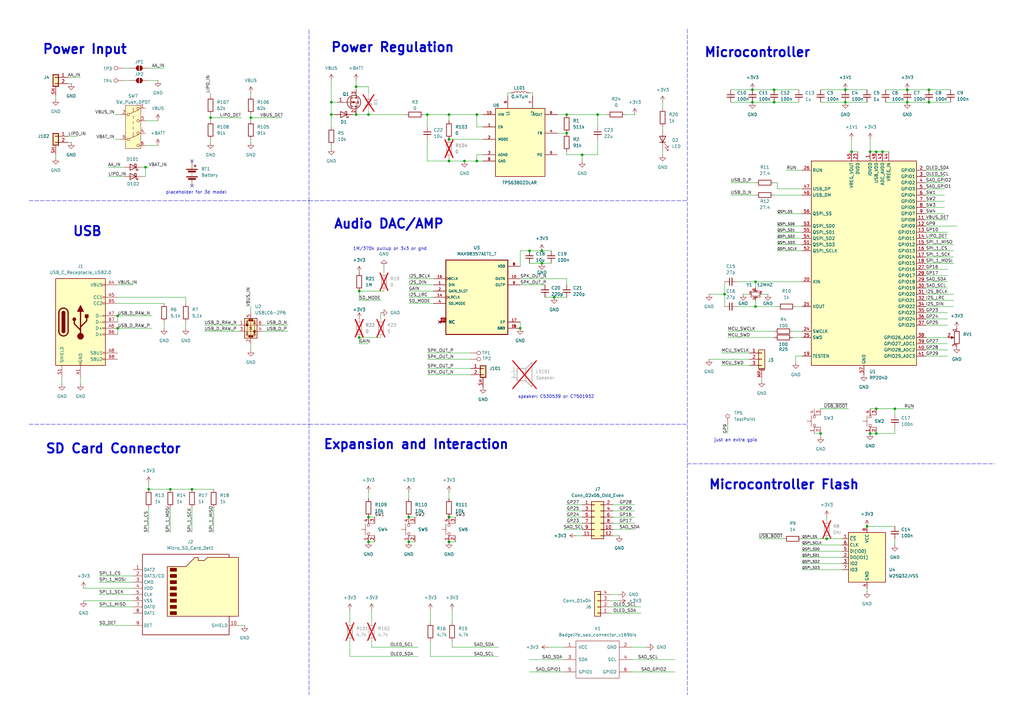
<source format=kicad_sch>
(kicad_sch (version 20231120) (generator "eeschema") (generator_version "8.0")
  (paper "A3")
  (title_block (title "Inércia 2023 MOD player badge") (date "2024-10-24") (rev "2024") (company "Author: Afonso Muralha") (comment 1 "Collaborators: Luís Correia, Associação Inércia"))
  (junction (at 190.5 66.04))
  (junction (at 135.89 41.91))
  (junction (at 317.5 36.83))
  (junction (at 48.26 129.54))
  (junction (at 151.13 46.99))
  (junction (at 232.41 54.61))
  (junction (at 381 36.83))
  (junction (at 167.64 222.25))
  (junction (at 217.17 102.87))
  (junction (at 245.11 46.99))
  (junction (at 59.69 68.58))
  (junction (at 195.58 66.04))
  (junction (at 151.13 222.25))
  (junction (at 60.96 200.66))
  (junction (at 336.55 177.8))
  (junction (at 238.76 63.5))
  (junction (at 222.25 102.87))
  (junction (at 359.41 177.8))
  (junction (at 222.25 107.95))
  (junction (at 184.15 46.99))
  (junction (at 86.36 48.26))
  (junction (at 232.41 46.99))
  (junction (at 317.5 41.91))
  (junction (at 355.6 215.9))
  (junction (at 346.71 41.91))
  (junction (at 184.15 222.25))
  (junction (at 147.32 119.38))
  (junction (at 372.11 41.91))
  (junction (at 309.88 115.57))
  (junction (at 227.33 121.92))
  (junction (at 151.13 212.09))
  (junction (at 184.15 212.09))
  (junction (at 297.18 120.65))
  (junction (at 381 41.91))
  (junction (at 356.87 62.23))
  (junction (at 308.61 36.83))
  (junction (at 372.11 36.83))
  (junction (at 361.95 62.23))
  (junction (at 184.15 66.04))
  (junction (at 146.05 35.56))
  (junction (at 349.25 62.23))
  (junction (at 175.26 46.99))
  (junction (at 339.09 220.98))
  (junction (at 167.64 212.09))
  (junction (at 367.03 167.64))
  (junction (at 69.85 200.66))
  (junction (at 213.36 134.62))
  (junction (at 146.05 46.99))
  (junction (at 147.32 138.43))
  (junction (at 102.87 48.26))
  (junction (at 48.26 134.62))
  (junction (at 356.87 177.8))
  (junction (at 184.15 57.15))
  (junction (at 78.74 200.66))
  (junction (at 359.41 167.64))
  (junction (at 195.58 46.99))
  (junction (at 359.41 62.23))
  (junction (at 346.71 36.83))
  (junction (at 308.61 41.91))
  (junction (at 309.88 125.73))
  (junction (at 135.89 46.99))
  (no_connect (at 78.74 66.04))
  (no_connect (at 180.34 132.08))
  (no_connect (at 78.74 76.2))
  (wire (pts (xy 217.17 270.51) (xy 231.14 270.51)))
  (wire (pts (xy 322.58 69.85) (xy 328.93 69.85)))
  (wire (pts (xy 208.28 38.1) (xy 209.55 38.1)))
  (wire (pts (xy 336.55 41.91) (xy 346.71 41.91)))
  (wire (pts (xy 222.25 107.95) (xy 226.06 107.95)))
  (wire (pts (xy 167.64 212.09) (xy 170.18 212.09)))
  (wire (pts (xy 372.11 36.83) (xy 381 36.83)))
  (wire (pts (xy 60.96 33.02) (xy 64.77 33.02)))
  (wire (pts (xy 27.94 31.75) (xy 33.02 31.75)))
  (wire (pts (xy 167.64 124.46) (xy 177.8 124.46)))
  (wire (pts (xy 250.19 248.92) (xy 262.89 248.92)))
  (wire (pts (xy 22.86 39.37) (xy 22.86 40.64)))
  (wire (pts (xy 328.93 220.98) (xy 339.09 220.98)))
  (wire (pts (xy 372.11 41.91) (xy 381 41.91)))
  (wire (pts (xy 227.33 121.92) (xy 232.41 121.92)))
  (wire (pts (xy 325.12 135.89) (xy 328.93 135.89)))
  (wire (pts (xy 176.53 262.89) (xy 176.53 269.24)))
  (wire (pts (xy 167.64 201.93) (xy 167.64 204.47)))
  (wire (pts (xy 217.17 107.95) (xy 222.25 107.95)))
  (wire (pts (xy 151.13 201.93) (xy 151.13 204.47)))
  (wire (pts (xy 33.02 154.94) (xy 33.02 157.48)))
  (wire (pts (xy 34.29 241.3) (xy 54.61 241.3)))
  (wire (pts (xy 379.73 69.85) (xy 387.35 69.85)))
  (wire (pts (xy 60.96 200.66) (xy 69.85 200.66)))
  (wire (pts (xy 339.09 212.09) (xy 339.09 213.36)))
  (wire (pts (xy 317.5 74.93) (xy 318.77 74.93)))
  (wire (pts (xy 58.42 72.39) (xy 59.69 72.39)))
  (wire (pts (xy 147.32 138.43) (xy 147.32 140.97)))
  (wire (pts (xy 151.13 45.72) (xy 151.13 46.99)))
  (wire (pts (xy 40.64 238.76) (xy 54.61 238.76)))
  (wire (pts (xy 328.93 115.57) (xy 309.88 115.57)))
  (wire (pts (xy 318.77 95.25) (xy 328.93 95.25)))
  (wire (pts (xy 355.6 241.3) (xy 355.6 242.57)))
  (wire (pts (xy 151.13 46.99) (xy 166.37 46.99)))
  (wire (pts (xy 356.87 167.64) (xy 359.41 167.64)))
  (wire (pts (xy 27.94 55.88) (xy 31.75 55.88)))
  (wire (pts (xy 361.95 62.23) (xy 364.49 62.23)))
  (wire (pts (xy 83.82 133.35) (xy 97.79 133.35)))
  (wire (pts (xy 379.73 100.33) (xy 391.16 100.33)))
  (wire (pts (xy 146.05 33.02) (xy 146.05 35.56)))
  (wire (pts (xy 175.26 66.04) (xy 184.15 66.04)))
  (wire (pts (xy 156.21 128.27) (xy 156.21 130.81)))
  (wire (pts (xy 151.13 38.1) (xy 151.13 35.56)))
  (wire (pts (xy 349.25 62.23) (xy 351.79 62.23)))
  (wire (pts (xy 97.79 256.54) (xy 100.33 256.54)))
  (wire (pts (xy 167.64 114.3) (xy 177.8 114.3)))
  (wire (pts (xy 379.73 90.17) (xy 388.62 90.17)))
  (wire (pts (xy 27.94 34.29) (xy 29.21 34.29)))
  (wire (pts (xy 208.28 38.1) (xy 208.28 39.37)))
  (wire (pts (xy 59.69 49.53) (xy 64.77 49.53)))
  (wire (pts (xy 238.76 63.5) (xy 245.11 63.5)))
  (wire (pts (xy 40.64 236.22) (xy 54.61 236.22)))
  (polyline (pts (xy 126.746 173.99) (xy 281.94 173.99)) (stroke (width 0) (type dash)))
  (wire (pts (xy 251.46 207.01) (xy 260.35 207.01)))
  (wire (pts (xy 102.87 125.73) (xy 102.87 128.27)))
  (wire (pts (xy 363.22 41.91) (xy 372.11 41.91)))
  (wire (pts (xy 228.6 54.61) (xy 232.41 54.61)))
  (wire (pts (xy 299.72 36.83) (xy 308.61 36.83)))
  (wire (pts (xy 102.87 46.99) (xy 102.87 48.26)))
  (polyline (pts (xy 126.746 82.296) (xy 281.94 82.296)) (stroke (width 0) (type dash)))
  (wire (pts (xy 40.64 256.54) (xy 54.61 256.54)))
  (wire (pts (xy 359.41 167.64) (xy 367.03 167.64)))
  (wire (pts (xy 228.6 46.99) (xy 232.41 46.99)))
  (wire (pts (xy 245.11 46.99) (xy 248.92 46.99)))
  (wire (pts (xy 76.2 132.08) (xy 76.2 134.62)))
  (wire (pts (xy 213.36 109.22) (xy 213.36 102.87)))
  (wire (pts (xy 304.8 120.65) (xy 307.34 120.65)))
  (wire (pts (xy 40.64 248.92) (xy 54.61 248.92)))
  (wire (pts (xy 198.12 52.07) (xy 195.58 52.07)))
  (wire (pts (xy 102.87 48.26) (xy 115.57 48.26)))
  (wire (pts (xy 157.48 109.22) (xy 157.48 111.76)))
  (wire (pts (xy 312.42 156.21) (xy 312.42 154.94)))
  (wire (pts (xy 238.76 63.5) (xy 238.76 66.04)))
  (wire (pts (xy 367.03 220.98) (xy 367.03 223.52)))
  (wire (pts (xy 195.58 63.5) (xy 195.58 66.04)))
  (wire (pts (xy 184.15 46.99) (xy 195.58 46.99)))
  (wire (pts (xy 143.51 262.89) (xy 143.51 269.24)))
  (wire (pts (xy 251.46 209.55) (xy 260.35 209.55)))
  (wire (pts (xy 146.05 35.56) (xy 146.05 36.83)))
  (wire (pts (xy 48.26 134.62) (xy 62.23 134.62)))
  (wire (pts (xy 175.26 151.13) (xy 193.04 151.13)))
  (polyline (pts (xy 126.746 12.192) (xy 126.746 82.296)) (stroke (width 0) (type dash)))
  (wire (pts (xy 317.5 41.91) (xy 327.66 41.91)))
  (wire (pts (xy 198.12 63.5) (xy 195.58 63.5)))
  (wire (pts (xy 167.64 222.25) (xy 170.18 222.25)))
  (wire (pts (xy 250.19 243.84) (xy 254 243.84)))
  (polyline (pts (xy 281.94 190.246) (xy 281.94 284.988)) (stroke (width 0) (type dash)))
  (wire (pts (xy 232.41 214.63) (xy 238.76 214.63)))
  (wire (pts (xy 135.89 46.99) (xy 137.16 46.99)))
  (wire (pts (xy 151.13 212.09) (xy 153.67 212.09)))
  (wire (pts (xy 328.93 231.14) (xy 345.44 231.14)))
  (wire (pts (xy 175.26 57.15) (xy 175.26 66.04)))
  (wire (pts (xy 217.17 38.1) (xy 218.44 38.1)))
  (wire (pts (xy 231.14 217.17) (xy 238.76 217.17)))
  (wire (pts (xy 224.79 265.43) (xy 231.14 265.43)))
  (wire (pts (xy 146.05 46.99) (xy 151.13 46.99)))
  (wire (pts (xy 379.73 133.35) (xy 388.62 133.35)))
  (wire (pts (xy 46.99 46.99) (xy 49.53 46.99)))
  (wire (pts (xy 271.78 41.91) (xy 271.78 44.45)))
  (wire (pts (xy 336.55 177.8) (xy 336.55 179.07)))
  (wire (pts (xy 152.4 262.89) (xy 152.4 265.43)))
  (wire (pts (xy 256.54 46.99) (xy 260.35 46.99)))
  (polyline (pts (xy 126.746 173.99) (xy 126.746 284.988)) (stroke (width 0) (type dash)))
  (wire (pts (xy 379.73 95.25) (xy 388.62 95.25)))
  (wire (pts (xy 328.93 146.05) (xy 326.39 146.05)))
  (wire (pts (xy 107.95 133.35) (xy 118.11 133.35)))
  (wire (pts (xy 102.87 57.15) (xy 102.87 58.42)))
  (wire (pts (xy 59.69 68.58) (xy 59.69 72.39)))
  (wire (pts (xy 135.89 33.02) (xy 135.89 41.91)))
  (wire (pts (xy 349.25 57.15) (xy 349.25 62.23)))
  (wire (pts (xy 290.83 147.32) (xy 307.34 147.32)))
  (wire (pts (xy 78.74 208.28) (xy 78.74 218.44)))
  (wire (pts (xy 302.26 115.57) (xy 309.88 115.57)))
  (wire (pts (xy 299.72 74.93) (xy 309.88 74.93)))
  (wire (pts (xy 146.05 35.56) (xy 151.13 35.56)))
  (wire (pts (xy 356.87 62.23) (xy 359.41 62.23)))
  (wire (pts (xy 317.5 36.83) (xy 327.66 36.83)))
  (wire (pts (xy 381 36.83) (xy 389.89 36.83)))
  (wire (pts (xy 223.52 121.92) (xy 227.33 121.92)))
  (wire (pts (xy 299.72 80.01) (xy 309.88 80.01)))
  (wire (pts (xy 271.78 52.07) (xy 271.78 53.34)))
  (wire (pts (xy 367.03 167.64) (xy 374.65 167.64)))
  (wire (pts (xy 251.46 217.17) (xy 260.35 217.17)))
  (wire (pts (xy 50.8 33.02) (xy 53.34 33.02)))
  (wire (pts (xy 107.95 135.89) (xy 118.11 135.89)))
  (wire (pts (xy 232.41 212.09) (xy 238.76 212.09)))
  (wire (pts (xy 295.91 144.78) (xy 307.34 144.78)))
  (wire (pts (xy 379.73 102.87) (xy 391.16 102.87)))
  (wire (pts (xy 318.77 100.33) (xy 328.93 100.33)))
  (wire (pts (xy 25.4 154.94) (xy 25.4 157.48)))
  (wire (pts (xy 379.73 138.43) (xy 388.62 138.43)))
  (wire (pts (xy 271.78 60.96) (xy 271.78 63.5)))
  (wire (pts (xy 259.08 270.51) (xy 276.86 270.51)))
  (wire (pts (xy 76.2 121.92) (xy 76.2 124.46)))
  (wire (pts (xy 34.29 246.38) (xy 54.61 246.38)))
  (wire (pts (xy 245.11 46.99) (xy 245.11 52.07)))
  (wire (pts (xy 48.26 121.92) (xy 76.2 121.92)))
  (wire (pts (xy 152.4 250.19) (xy 152.4 255.27)))
  (wire (pts (xy 250.19 251.46) (xy 262.89 251.46)))
  (wire (pts (xy 40.64 243.84) (xy 54.61 243.84)))
  (wire (pts (xy 184.15 57.15) (xy 198.12 57.15)))
  (wire (pts (xy 232.41 63.5) (xy 238.76 63.5)))
  (wire (pts (xy 245.11 57.15) (xy 245.11 63.5)))
  (wire (pts (xy 346.71 36.83) (xy 355.6 36.83)))
  (wire (pts (xy 379.73 115.57) (xy 388.62 115.57)))
  (wire (pts (xy 27.94 58.42) (xy 29.21 58.42)))
  (wire (pts (xy 379.73 80.01) (xy 387.35 80.01)))
  (wire (pts (xy 250.19 246.38) (xy 254 246.38)))
  (wire (pts (xy 86.36 48.26) (xy 86.36 49.53)))
  (wire (pts (xy 299.72 41.91) (xy 308.61 41.91)))
  (wire (pts (xy 152.4 265.43) (xy 171.45 265.43)))
  (wire (pts (xy 135.89 46.99) (xy 135.89 52.07)))
  (wire (pts (xy 167.64 116.84) (xy 177.8 116.84)))
  (polyline (pts (xy 126.746 82.296) (xy 126.746 173.99)) (stroke (width 0) (type dash)))
  (wire (pts (xy 218.44 38.1) (xy 218.44 39.37)))
  (wire (pts (xy 195.58 46.99) (xy 198.12 46.99)))
  (wire (pts (xy 379.73 105.41) (xy 391.16 105.41)))
  (wire (pts (xy 213.36 102.87) (xy 217.17 102.87)))
  (wire (pts (xy 184.15 66.04) (xy 190.5 66.04)))
  (wire (pts (xy 147.32 119.38) (xy 157.48 119.38)))
  (wire (pts (xy 87.63 208.28) (xy 87.63 218.44)))
  (wire (pts (xy 312.42 120.65) (xy 314.96 120.65)))
  (wire (pts (xy 379.73 92.71) (xy 392.43 92.71)))
  (wire (pts (xy 259.08 275.59) (xy 276.86 275.59)))
  (wire (pts (xy 318.77 87.63) (xy 328.93 87.63)))
  (wire (pts (xy 379.73 97.79) (xy 388.62 97.79)))
  (wire (pts (xy 185.42 265.43) (xy 204.47 265.43)))
  (wire (pts (xy 59.69 68.58) (xy 60.96 68.58)))
  (wire (pts (xy 379.73 140.97) (xy 388.62 140.97)))
  (wire (pts (xy 135.89 41.91) (xy 135.89 46.99)))
  (wire (pts (xy 318.77 125.73) (xy 309.88 125.73)))
  (wire (pts (xy 379.73 74.93) (xy 387.35 74.93)))
  (wire (pts (xy 379.73 113.03) (xy 388.62 113.03)))
  (wire (pts (xy 381 41.91) (xy 389.89 41.91)))
  (wire (pts (xy 326.39 125.73) (xy 328.93 125.73)))
  (wire (pts (xy 328.93 223.52) (xy 345.44 223.52)))
  (wire (pts (xy 295.91 149.86) (xy 307.34 149.86)))
  (wire (pts (xy 339.09 220.98) (xy 345.44 220.98)))
  (wire (pts (xy 379.73 87.63) (xy 387.35 87.63)))
  (wire (pts (xy 326.39 146.05) (xy 326.39 148.59)))
  (wire (pts (xy 232.41 209.55) (xy 238.76 209.55)))
  (wire (pts (xy 232.41 62.23) (xy 232.41 63.5)))
  (wire (pts (xy 60.96 208.28) (xy 60.96 218.44)))
  (wire (pts (xy 46.99 57.15) (xy 49.53 57.15)))
  (wire (pts (xy 86.36 38.1) (xy 86.36 39.37)))
  (wire (pts (xy 69.85 208.28) (xy 69.85 218.44)))
  (wire (pts (xy 379.73 85.09) (xy 387.35 85.09)))
  (wire (pts (xy 251.46 219.71) (xy 254 219.71)))
  (wire (pts (xy 60.96 27.94) (xy 67.31 27.94)))
  (wire (pts (xy 318.77 77.47) (xy 318.77 74.93)))
  (wire (pts (xy 379.73 123.19) (xy 391.16 123.19)))
  (wire (pts (xy 86.36 48.26) (xy 99.06 48.26)))
  (wire (pts (xy 58.42 68.58) (xy 59.69 68.58)))
  (wire (pts (xy 346.71 41.91) (xy 355.6 41.91)))
  (wire (pts (xy 222.25 102.87) (xy 226.06 102.87)))
  (wire (pts (xy 232.41 46.99) (xy 245.11 46.99)))
  (wire (pts (xy 135.89 41.91) (xy 138.43 41.91)))
  (wire (pts (xy 144.78 46.99) (xy 146.05 46.99)))
  (wire (pts (xy 356.87 177.8) (xy 359.41 177.8)))
  (wire (pts (xy 167.64 121.92) (xy 177.8 121.92)))
  (wire (pts (xy 359.41 177.8) (xy 367.03 177.8)))
  (wire (pts (xy 48.26 129.54) (xy 48.26 132.08)))
  (wire (pts (xy 336.55 36.83) (xy 346.71 36.83)))
  (wire (pts (xy 185.42 250.19) (xy 185.42 255.27)))
  (wire (pts (xy 334.01 177.8) (xy 336.55 177.8)))
  (wire (pts (xy 48.26 134.62) (xy 48.26 137.16)))
  (wire (pts (xy 184.15 212.09) (xy 186.69 212.09)))
  (polyline (pts (xy 11.938 173.99) (xy 126.746 173.99)) (stroke (width 0) (type dash)))
  (wire (pts (xy 147.32 140.97) (xy 151.13 140.97)))
  (wire (pts (xy 379.73 72.39) (xy 387.35 72.39)))
  (wire (pts (xy 102.87 140.97) (xy 102.87 143.51)))
  (wire (pts (xy 78.74 200.66) (xy 87.63 200.66)))
  (wire (pts (xy 297.18 115.57) (xy 297.18 120.65)))
  (wire (pts (xy 318.77 97.79) (xy 328.93 97.79)))
  (wire (pts (xy 367.03 175.26) (xy 367.03 177.8)))
  (wire (pts (xy 22.86 63.5) (xy 22.86 64.77)))
  (wire (pts (xy 318.77 102.87) (xy 328.93 102.87)))
  (wire (pts (xy 217.17 102.87) (xy 222.25 102.87)))
  (wire (pts (xy 379.73 118.11) (xy 388.62 118.11)))
  (wire (pts (xy 379.73 77.47) (xy 387.35 77.47)))
  (wire (pts (xy 48.26 116.84) (xy 54.61 116.84)))
  (wire (pts (xy 308.61 36.83) (xy 317.5 36.83)))
  (wire (pts (xy 185.42 262.89) (xy 185.42 265.43)))
  (wire (pts (xy 176.53 269.24) (xy 204.47 269.24)))
  (wire (pts (xy 236.22 219.71) (xy 238.76 219.71)))
  (wire (pts (xy 259.08 265.43) (xy 265.43 265.43)))
  (wire (pts (xy 328.93 233.68) (xy 345.44 233.68)))
  (wire (pts (xy 50.8 27.94) (xy 53.34 27.94)))
  (wire (pts (xy 217.17 275.59) (xy 231.14 275.59)))
  (wire (pts (xy 359.41 62.23) (xy 361.95 62.23)))
  (wire (pts (xy 60.96 198.12) (xy 60.96 200.66)))
  (wire (pts (xy 44.45 72.39) (xy 50.8 72.39)))
  (wire (pts (xy 379.73 128.27) (xy 388.62 128.27)))
  (wire (pts (xy 48.26 124.46) (xy 67.31 124.46)))
  (wire (pts (xy 367.03 167.64) (xy 367.03 170.18)))
  (wire (pts (xy 251.46 214.63) (xy 260.35 214.63)))
  (wire (pts (xy 184.15 64.77) (xy 184.15 66.04)))
  (wire (pts (xy 184.15 201.93) (xy 184.15 204.47)))
  (wire (pts (xy 175.26 46.99) (xy 184.15 46.99)))
  (wire (pts (xy 251.46 212.09) (xy 260.35 212.09)))
  (wire (pts (xy 232.41 207.01) (xy 238.76 207.01)))
  (wire (pts (xy 298.45 135.89) (xy 317.5 135.89)))
  (wire (pts (xy 213.36 114.3) (xy 232.41 114.3)))
  (wire (pts (xy 318.77 92.71) (xy 328.93 92.71)))
  (wire (pts (xy 147.32 123.19) (xy 156.21 123.19)))
  (wire (pts (xy 175.26 52.07) (xy 175.26 46.99)))
  (wire (pts (xy 86.36 46.99) (xy 86.36 48.26)))
  (wire (pts (xy 173.99 46.99) (xy 175.26 46.99)))
  (wire (pts (xy 190.5 66.04) (xy 195.58 66.04)))
  (wire (pts (xy 143.51 250.19) (xy 143.51 255.27)))
  (wire (pts (xy 176.53 250.19) (xy 176.53 255.27)))
  (wire (pts (xy 328.93 226.06) (xy 345.44 226.06)))
  (wire (pts (xy 308.61 41.91) (xy 317.5 41.91)))
  (polyline (pts (xy 11.938 82.296) (xy 126.746 82.296)) (stroke (width 0) (type dash)))
  (wire (pts (xy 356.87 57.15) (xy 356.87 62.23)))
  (wire (pts (xy 347.98 167.64) (xy 336.55 167.64)))
  (wire (pts (xy 184.15 46.99) (xy 184.15 49.53)))
  (wire (pts (xy 302.26 125.73) (xy 309.88 125.73)))
  (wire (pts (xy 379.73 82.55) (xy 387.35 82.55)))
  (wire (pts (xy 44.45 68.58) (xy 50.8 68.58)))
  (wire (pts (xy 317.5 80.01) (xy 328.93 80.01)))
  (wire (pts (xy 363.22 36.83) (xy 372.11 36.83)))
  (wire (pts (xy 147.32 138.43) (xy 156.21 138.43)))
  (wire (pts (xy 175.26 144.78) (xy 193.04 144.78)))
  (wire (pts (xy 290.83 120.65) (xy 297.18 120.65)))
  (wire (pts (xy 147.32 119.38) (xy 147.32 123.19)))
  (wire (pts (xy 151.13 222.25) (xy 153.67 222.25)))
  (wire (pts (xy 328.93 228.6) (xy 345.44 228.6)))
  (wire (pts (xy 69.85 200.66) (xy 78.74 200.66)))
  (wire (pts (xy 59.69 59.69) (xy 64.77 59.69)))
  (wire (pts (xy 311.15 220.98) (xy 321.31 220.98)))
  (wire (pts (xy 379.73 146.05) (xy 388.62 146.05)))
  (wire (pts (xy 328.93 77.47) (xy 318.77 77.47)))
  (wire (pts (xy 379.73 107.95) (xy 391.16 107.95)))
  (wire (pts (xy 379.73 143.51) (xy 388.62 143.51)))
  (wire (pts (xy 102.87 48.26) (xy 102.87 49.53)))
  (wire (pts (xy 297.18 120.65) (xy 297.18 125.73)))
  (wire (pts (xy 167.64 119.38) (xy 177.8 119.38)))
  (wire (pts (xy 175.26 147.32) (xy 193.04 147.32)))
  (wire (pts (xy 67.31 132.08) (xy 67.31 134.62)))
  (wire (pts (xy 379.73 130.81) (xy 388.62 130.81)))
  (polyline (pts (xy 281.94 190.246) (xy 407.924 190.246)) (stroke (width 0) (type dash)))
  (wire (pts (xy 102.87 38.1) (xy 102.87 39.37)))
  (wire (pts (xy 325.12 138.43) (xy 328.93 138.43)))
  (wire (pts (xy 309.88 115.57) (xy 309.88 118.11)))
  (wire (pts (xy 143.51 269.24) (xy 171.45 269.24)))
  (wire (pts (xy 355.6 215.9) (xy 367.03 215.9)))
  (wire (pts (xy 175.26 153.67) (xy 193.04 153.67)))
  (wire (pts (xy 379.73 120.65) (xy 391.16 120.65)))
  (wire (pts (xy 184.15 222.25) (xy 186.69 222.25)))
  (wire (pts (xy 213.36 116.84) (xy 223.52 116.84)))
  (wire (pts (xy 135.89 59.69) (xy 135.89 60.96)))
  (polyline (pts (xy 281.94 11.938) (xy 281.94 190.246)) (stroke (width 0) (type dash)))
  (wire (pts (xy 298.45 138.43) (xy 317.5 138.43)))
  (wire (pts (xy 232.41 116.84) (xy 232.41 114.3)))
  (wire (pts (xy 213.36 132.08) (xy 213.36 134.62)))
  (wire (pts (xy 195.58 52.07) (xy 195.58 46.99)))
  (wire (pts (xy 298.45 173.99) (xy 298.45 177.8)))
  (wire (pts (xy 83.82 135.89) (xy 97.79 135.89)))
  (wire (pts (xy 195.58 66.04) (xy 198.12 66.04)))
  (wire (pts (xy 309.88 123.19) (xy 309.88 125.73)))
  (wire (pts (xy 379.73 110.49) (xy 388.62 110.49)))
  (wire (pts (xy 86.36 57.15) (xy 86.36 58.42)))
  (wire (pts (xy 48.26 129.54) (xy 62.23 129.54)))
  (wire (pts (xy 379.73 125.73) (xy 391.16 125.73)))
  (text "Power Regulation" (at 161.036 19.558 0) (effects (font (size 3.81 3.81) (thickness 0.762) (bold yes))))
  (text "placeholder for 3d model" (at 80.518 78.994 0) (effects (font (size 1.27 1.27))))
  (text "1M/370k pullup or 3v3 or gnd\n" (at 144.78 102.87 0) (effects (font (size 1.27 1.27)) (justify left bottom)))
  (text "just an extra gpio" (at 301.752 180.594 0) (effects (font (size 1.27 1.27))))
  (text "SD Card Connector" (at 46.482 184.15 0) (effects (font (size 3.81 3.81) (thickness 0.762) (bold yes))))
  (text "Power Input" (at 34.798 20.32 0) (effects (font (size 3.81 3.81) (thickness 0.762) (bold yes))))
  (text "Expansion and Interaction" (at 170.688 182.372 0) (effects (font (size 3.81 3.81) (thickness 0.762) (bold yes))))
  (text "Microcontroller Flash" (at 321.564 198.882 0) (effects (font (size 3.81 3.81) (thickness 0.762) (bold yes))))
  (text "Microcontroller" (at 310.642 21.59 0) (effects (font (size 3.81 3.81) (thickness 0.762) (bold yes))))
  (text "speaker: C530539 or C7501932\n\n" (at 228.092 163.83 0) (effects (font (size 1.27 1.27))))
  (text "Audio DAC/AMP" (at 159.512 91.948 0) (effects (font (size 3.81 3.81) (thickness 0.762) (bold yes))))
  (text "USB" (at 35.814 94.996 0) (effects (font (size 3.81 3.81) (thickness 0.762) (bold yes))))
  (label "SAO_SDA" (at 254 217.17 0))
  (label "OLED_SDA" (at 379.73 69.85 0))
  (label "SW2" (at 379.73 82.55 0))
  (label "SPI_1_SCK" (at 78.74 218.44 90))
  (label "VBAT_IN" (at 46.99 57.15 180))
  (label "I2S_DIN" (at 167.64 116.84 0))
  (label "QSPI_SCLK" (at 318.77 102.87 0) (effects (font (size 1 1))))
  (label "GP9" (at 298.45 177.8 90))
  (label "GP10" (at 379.73 95.25 0))
  (label "SAO_GPIO1" (at 219.71 275.59 0))
  (label "SPI_1_MOSI" (at 69.85 218.44 90))
  (label "LIPO_IN" (at 44.45 72.39 0))
  (label "~{USB_BOOT}" (at 337.82 167.64 0))
  (label "SPI_1_MISO" (at 40.64 248.92 0))
  (label "GP17" (at 379.73 113.03 0))
  (label "GP16" (at 379.73 110.49 0))
  (label "SW4" (at 379.73 87.63 0))
  (label "QSPI_SCLK" (at 328.93 223.52 0) (effects (font (size 1 1))))
  (label "GP16" (at 254 212.09 0))
  (label "SPI_1_CS" (at 40.64 236.22 0))
  (label "SAO_SCL" (at 261.62 270.51 0))
  (label "QSPI_SD0" (at 318.77 92.71 0) (effects (font (size 1 1))))
  (label "SAO_SCL" (at 231.14 217.17 0))
  (label "GP28" (at 379.73 143.51 0))
  (label "RUN" (at 322.58 69.85 0))
  (label "SPK_OUT_N" (at 175.26 153.67 0))
  (label "MCU_SWD" (at 298.45 138.43 0))
  (label "OLED_SCL" (at 379.73 72.39 0))
  (label "LIPO_DET" (at 379.73 97.79 0))
  (label "SPI_1_MOSI" (at 379.73 107.95 0))
  (label "GP27" (at 379.73 140.97 0))
  (label "SPI_1_MISO" (at 87.63 218.44 90))
  (label "QSPI_SD3" (at 328.93 233.68 0) (effects (font (size 1 1))))
  (label "GP25" (at 379.73 133.35 0))
  (label "LIPO_DET" (at 90.17 48.26 0))
  (label "SAO_SCL" (at 194.31 269.24 0))
  (label "GP29" (at 379.73 146.05 0))
  (label "GAIN" (at 147.32 140.97 0))
  (label "GP17" (at 254 214.63 0))
  (label "SD_MODE" (at 167.64 124.46 0))
  (label "SPK_OUT_N" (at 175.26 147.32 0))
  (label "LIPO_IN" (at 86.36 38.1 90))
  (label "VBUS_IN" (at 102.87 125.73 90))
  (label "SPI_1_MISO" (at 379.73 100.33 0))
  (label "SPI_1_SCK" (at 40.64 243.84 0))
  (label "SW3" (at 186.69 212.09 0))
  (label "USB_D_N" (at 299.72 80.01 0))
  (label "GP23" (at 232.41 214.63 0))
  (label "AA_IN" (at 33.02 31.75 180))
  (label "QSPI_SD1" (at 318.77 95.25 0) (effects (font (size 1 1))))
  (label "SPI_1_CS" (at 379.73 102.87 0))
  (label "SAO_SDA" (at 379.73 115.57 0))
  (label "QSPI_SD2" (at 318.77 97.79 0) (effects (font (size 1 1))))
  (label "GP23" (at 379.73 128.27 0))
  (label "SAO_GPIO2" (at 379.73 74.93 0))
  (label "SAO_SDA" (at 194.31 265.43 0))
  (label "AA_IN" (at 62.23 27.94 0))
  (label "MCU_SWCLK" (at 295.91 144.78 0))
  (label "SW3" (at 379.73 85.09 0))
  (label "GP24" (at 379.73 130.81 0))
  (label "USB_D_RAW_N" (at 83.82 133.35 0))
  (label "MCU_SWCLK" (at 298.45 135.89 0))
  (label "LIPO_IN" (at 27.94 55.88 0))
  (label "RUN" (at 370.84 167.64 0))
  (label "QSPI_SS" (at 318.77 87.63 0) (effects (font (size 1 1))))
  (label "GP28" (at 254 207.01 0))
  (label "SAO_SDA" (at 222.25 270.51 0))
  (label "AA_IN" (at 49.53 68.58 180))
  (label "QSPI_SD1" (at 328.93 228.6 0) (effects (font (size 1 1))))
  (label "USB_D_RAW_P" (at 83.82 135.89 0))
  (label "USB_D_RAW_P" (at 48.26 134.62 0))
  (label "I2S_DIN" (at 379.73 125.73 0))
  (label "SPK_OUT_P" (at 213.36 116.84 0))
  (label "SW1" (at 379.73 80.01 0))
  (label "I2S_BCLK" (at 167.64 114.3 0))
  (label "OLED_SCL" (at 160.02 265.43 0))
  (label "OLED_SDA" (at 251.46 251.46 0))
  (label "SPI_1_MOSI" (at 40.64 238.76 0))
  (label "USB_D_P" (at 109.22 135.89 0))
  (label "QSPI_SD3" (at 318.77 100.33 0) (effects (font (size 1 1))))
  (label "GAIN" (at 167.64 119.38 0))
  (label "VBAT_IN" (at 60.96 68.58 0))
  (label "SPK_OUT_P" (at 175.26 151.13 0))
  (label "SPI_1_SCK" (at 379.73 105.41 0))
  (label "SPK_OUT_N" (at 213.36 114.3 0))
  (label "I2S_LRC" (at 379.73 123.19 0))
  (label "GP9" (at 379.73 92.71 0))
  (label "SPK_OUT_P" (at 175.26 144.78 0))
  (label "SPI_1_CS" (at 60.96 218.44 90))
  (label "SD_MODE" (at 147.32 123.19 0))
  (label "VBUS_DET" (at 106.68 48.26 0))
  (label "I2S_LRC" (at 167.64 121.92 0))
  (label "SW2" (at 170.18 212.09 0))
  (label "SW1" (at 153.67 212.09 0))
  (label "SD_DET" (at 40.64 256.54 0))
  (label "~{USB_BOOT}" (at 311.15 220.98 0))
  (label "VBUS_DET" (at 379.73 90.17 0))
  (label "QSPI_SS" (at 328.93 220.98 0) (effects (font (size 1 1))))
  (label "VBUS_IN" (at 46.99 46.99 180))
  (label "OLED_SDA" (at 160.02 269.24 0))
  (label "OLED_SCL" (at 251.46 248.92 0))
  (label "I2S_BCLK" (at 379.73 120.65 0))
  (label "QSPI_SD2" (at 328.93 231.14 0) (effects (font (size 1 1))))
  (label "SAO_GPIO1" (at 379.73 77.47 0))
  (label "SAO_SCL" (at 379.73 118.11 0))
  (label "MCU_SWD" (at 295.91 149.86 0))
  (label "SAO_GPIO2" (at 262.89 275.59 0))
  (label "QSPI_SD0" (at 328.93 226.06 0) (effects (font (size 1 1))))
  (label "VBUS_IN" (at 48.26 116.84 0))
  (label "USB_D_P" (at 299.72 74.93 0))
  (label "GP25" (at 232.41 209.55 0))
  (label "USB_D_RAW_N" (at 48.26 129.54 0))
  (label "USB_D_N" (at 109.22 133.35 0))
  (label "GP29" (at 254 209.55 0))
  (label "GP24" (at 232.41 212.09 0))
  (label "GP27" (at 232.41 207.01 0))
  (symbol (lib_id "power:GND") (at 290.83 147.32 0) (unit 1)
    (property "Reference" "#PWR030" (effects (hide yes)))
    (property "Value" "GND" (at 290.83 152.4 0))
    (property "Description" "Power symbol creates a global label with name \"GND\" , ground" (effects (hide yes)))
  )
  (symbol (lib_id "power:+3V3") (at 222.25 102.87 0) (unit 1)
    (property "Reference" "#PWR051" (effects (hide yes)))
    (property "Value" "+3V3" (at 222.25 97.79 0))
    (property "Description" "Power symbol creates a global label with name \"+3V3\"" (effects (hide yes)))
  )
  (symbol (lib_id "power:+3V3") (at 236.22 219.71 90) (unit 1)
    (property "Reference" "#PWR070" (effects (hide yes)))
    (property "Value" "+3V3" (at 232.41 219.71 90) (effects (justify left)))
    (property "Description" "Power symbol creates a global label with name \"+3V3\"" (effects (hide yes)))
  )
  (symbol (lib_id "Device:C_Small") (at 245.11 54.61 0) (unit 1)
    (property "Reference" "C23" (at 247.65 53.3462 0) (effects (justify left)))
    (property "Value" "22u" (at 247.65 55.8862 0) (effects (justify left)))
    (property "Footprint" "Capacitor_SMD:C_0603_1608Metric" (effects (hide yes)))
    (property "Description" "Unpolarized capacitor, small symbol" (effects (hide yes)))
    (property "LCSC" " C59461 " (effects (hide yes)))
  )
  (symbol (lib_id "power:GND") (at 354.33 153.67 0) (unit 1)
    (property "Reference" "#PWR029" (effects (hide yes)))
    (property "Value" "GND" (at 354.33 158.75 0))
    (property "Description" "Power symbol creates a global label with name \"GND\" , ground" (effects (hide yes)))
  )
  (symbol (lib_id "power:+3V3") (at 308.61 36.83 0) (unit 1)
    (property "Reference" "#PWR019" (effects (hide yes)))
    (property "Value" "+3V3" (at 308.61 31.75 0))
    (property "Description" "Power symbol creates a global label with name \"+3V3\"" (effects (hide yes)))
  )
  (symbol (lib_id "Memory_Flash:W25Q32JVSS") (at 355.6 228.6 0) (unit 1)
    (property "Reference" "U4" (at 364.49 233.68 0) (effects (justify left)))
    (property "Value" "W25Q32JVSS" (at 364.49 236.22 0) (effects (justify left)))
    (property "Footprint" "Package_SO:SOIC-8_5.23x5.23mm_P1.27mm" (effects (hide yes)))
    (property "Datasheet" "http://www.winbond.com/resource-files/w25q32jv%20revg%2003272018%20plus.pdf" (effects (hide yes)))
    (property "Description" "32Mb Serial Flash Memory, Standard/Dual/Quad SPI, SOIC-8" (effects (hide yes)))
    (property "LCSC" "C82344 " (effects (hide yes)))
  )
  (symbol (lib_id "power:GND") (at 213.36 134.62 0) (unit 1)
    (property "Reference" "#PWR048" (effects (hide yes)))
    (property "Value" "GND" (at 213.36 139.7 0))
    (property "Description" "Power symbol creates a global label with name \"GND\" , ground" (effects (hide yes)))
  )
  (symbol (lib_id "Device:R") (at 86.36 43.18 0) (unit 1)
    (property "Reference" "R107" (at 88.9 41.9099 0) (effects (justify left)))
    (property "Value" "62k" (at 88.9 44.4499 0) (effects (justify left)))
    (property "Footprint" "Resistor_SMD:R_0402_1005Metric" (effects (hide yes)))
    (property "Description" "Resistor" (effects (hide yes)))
    (property "LCSC" "C5126239" (effects (hide yes)))
  )
  (symbol (lib_id "power:+BATT") (at 64.77 59.69 0) (unit 1)
    (property "Reference" "#PWR056" (effects (hide yes)))
    (property "Value" "+BATT" (at 64.77 54.61 0))
    (property "Description" "Power symbol creates a global label with name \"+BATT\"" (effects (hide yes)))
  )
  (symbol (lib_id "power:GND") (at 86.36 58.42 0) (unit 1)
    (property "Reference" "#PWR0113" (effects (hide yes)))
    (property "Value" "GND" (at 86.36 63.5 0))
    (property "Description" "Power symbol creates a global label with name \"GND\" , ground" (effects (hide yes)))
  )
  (symbol (lib_id "power:GND") (at 102.87 143.51 0) (unit 1)
    (property "Reference" "#PWR05" (effects (hide yes)))
    (property "Value" "GND" (at 102.87 148.59 0))
    (property "Description" "Power symbol creates a global label with name \"GND\" , ground" (effects (hide yes)))
  )
  (symbol (lib_id "Device:R") (at 252.73 46.99 90) (unit 1)
    (property "Reference" "R24" (at 252.73 40.64 90))
    (property "Value" "0" (at 252.73 43.18 90))
    (property "Footprint" "Resistor_SMD:R_0603_1608Metric" (effects (hide yes)))
    (property "Description" "Resistor" (effects (hide yes)))
    (property "LCSC" "C95177" (effects (hide yes)))
  )
  (symbol (lib_id "Connector_Generic_Shielded:Conn_01x02_Shielded") (at 22.86 55.88 0) (mirror y) (unit 1)
    (property "Reference" "J102" (at 20.32 55.8799 0) (effects (justify left)))
    (property "Value" "Conn_01x02_Shielded" (effects (hide yes)))
    (property "Footprint" "mod:CONN-SMD_P2.00_S2B-PH-SM4-TB-LF-SN" (effects (hide yes)))
    (property "Description" "Generic shielded connector, single row, 01x02, script generated (kicad-library-utils/schlib/autogen/connector/)" (effects (hide yes)))
    (property "LCSC" "C295747" (effects (hide yes)))
  )
  (symbol (lib_id "Device:Crystal_GND24_Small") (at 309.88 120.65 90) (unit 1)
    (property "Reference" "Y1" (at 307.34 116.84 90))
    (property "Value" "12MHZ" (at 313.69 116.84 90))
    (property "Footprint" "Crystal:Crystal_SMD_3225-4Pin_3.2x2.5mm" (effects (hide yes)))
    (property "Description" "Four pin crystal, GND on pins 2 and 4, small symbol" (effects (hide yes)))
    (property "LCSC" "C5182760 " (effects (hide yes)))
  )
  (symbol (lib_id "power:+3V3") (at 339.09 212.09 0) (unit 1)
    (property "Reference" "#PWR023" (effects (hide yes)))
    (property "Value" "+3V3" (at 339.09 207.01 0))
    (property "Description" "Power symbol creates a global label with name \"+3V3\"" (effects (hide yes)))
  )
  (symbol (lib_id "power:GND") (at 265.43 265.43 90) (unit 1)
    (property "Reference" "#PWR057" (effects (hide yes)))
    (property "Value" "GND" (at 269.24 265.4299 90) (effects (justify right)))
    (property "Description" "Power symbol creates a global label with name \"GND\" , ground" (effects (hide yes)))
  )
  (symbol (lib_id "power:+3V3") (at 185.42 250.19 0) (unit 1)
    (property "Reference" "#PWR059" (effects (hide yes)))
    (property "Value" "+3V3" (at 185.42 245.11 0))
    (property "Description" "Power symbol creates a global label with name \"+3V3\"" (effects (hide yes)))
  )
  (symbol (lib_id "power:GND") (at 64.77 33.02 0) (mirror y) (unit 1)
    (property "Reference" "#PWR060" (effects (hide yes)))
    (property "Value" "GND" (at 64.77 38.1 0))
    (property "Description" "Power symbol creates a global label with name \"GND\" , ground" (effects (hide yes)))
  )
  (symbol (lib_id "Device:R") (at 170.18 46.99 90) (unit 1)
    (property "Reference" "R3" (at 170.18 41.91 90))
    (property "Value" "0" (at 170.18 44.45 90))
    (property "Footprint" "Resistor_SMD:R_0603_1608Metric" (effects (hide yes)))
    (property "Description" "Resistor" (effects (hide yes)))
    (property "LCSC" "C95177" (effects (hide yes)))
  )
  (symbol (lib_id "Connector:TestPoint") (at 298.45 173.99 0) (unit 1)
    (property "Reference" "TP5" (at 300.99 169.4179 0) (effects (justify left)))
    (property "Value" "TestPoint" (at 300.99 171.9579 0) (effects (justify left)))
    (property "Footprint" "TestPoint:TestPoint_Pad_D1.0mm" (effects (hide yes)))
    (property "Description" "test point" (effects (hide yes)))
  )
  (symbol (lib_id "power:GND") (at 326.39 148.59 0) (unit 1)
    (property "Reference" "#PWR028" (effects (hide yes)))
    (property "Value" "GND" (at 326.39 153.67 0))
    (property "Description" "Power symbol creates a global label with name \"GND\" , ground" (effects (hide yes)))
  )
  (symbol (lib_id "Device:C_Small") (at 299.72 125.73 90) (unit 1)
    (property "Reference" "C16" (at 299.7263 119.38 90))
    (property "Value" "27p" (at 299.7263 121.92 90))
    (property "Footprint" "Capacitor_SMD:C_0603_1608Metric" (effects (hide yes)))
    (property "Description" "Unpolarized capacitor, small symbol" (effects (hide yes)))
    (property "LCSC" "C107045" (effects (hide yes)))
  )
  (symbol (lib_id "power:GND") (at 29.21 58.42 0) (mirror y) (unit 1)
    (property "Reference" "#PWR0109" (effects (hide yes)))
    (property "Value" "GND" (at 29.21 63.5 0))
    (property "Description" "Power symbol creates a global label with name \"GND\" , ground" (effects (hide yes)))
  )
  (symbol (lib_id "power:VBUS") (at 102.87 38.1 0) (unit 1)
    (property "Reference" "#PWR0110" (effects (hide yes)))
    (property "Value" "VBUS" (at 102.87 33.02 0))
    (property "Description" "Power symbol creates a global label with name \"VBUS\"" (effects (hide yes)))
  )
  (symbol (lib_id "power:+1V1") (at 346.71 36.83 0) (unit 1)
    (property "Reference" "#PWR013" (effects (hide yes)))
    (property "Value" "+1V1" (at 346.71 31.75 0))
    (property "Description" "Power symbol creates a global label with name \"+1V1\"" (effects (hide yes)))
  )
  (symbol (lib_id "Device:R") (at 156.21 134.62 0) (unit 1) (in_bom no) (dnp yes)
    (property "Reference" "R23" (at 158.75 133.35 0) (effects (justify left)))
    (property "Value" "0" (at 158.75 135.89 0) (effects (justify left)))
    (property "Footprint" "Resistor_SMD:R_0603_1608Metric" (effects (hide yes)))
    (property "Description" "Resistor" (effects (hide yes)))
  )
  (symbol (lib_id "Device:C_Small") (at 299.72 39.37 0) (unit 1)
    (property "Reference" "C10" (at 302.26 38.1063 0) (effects (justify left)))
    (property "Value" "100n" (at 302.26 40.6463 0) (effects (justify left)))
    (property "Footprint" "Capacitor_SMD:C_0603_1608Metric" (effects (hide yes)))
    (property "Description" "Unpolarized capacitor, small symbol" (effects (hide yes)))
    (property "LCSC" " C478888 " (effects (hide yes)))
  )
  (symbol (lib_id "Device:R") (at 313.69 80.01 90) (unit 1)
    (property "Reference" "R12" (at 313.69 82.55 90))
    (property "Value" "27.4" (at 313.69 85.09 90))
    (property "Footprint" "Resistor_SMD:R_0402_1005Metric" (effects (hide yes)))
    (property "Description" "Resistor" (effects (hide yes)))
    (property "LCSC" "C274349" (effects (hide yes)))
  )
  (symbol (lib_id "power:GND") (at 67.31 134.62 0) (unit 1)
    (property "Reference" "#PWR09" (effects (hide yes)))
    (property "Value" "GND" (at 67.31 139.7 0))
    (property "Description" "Power symbol creates a global label with name \"GND\" , ground" (effects (hide yes)))
  )
  (symbol (lib_id "power:GND") (at 184.15 222.25 0) (unit 1)
    (property "Reference" "#PWR041" (effects (hide yes)))
    (property "Value" "GND" (at 184.15 227.33 0))
    (property "Description" "Power symbol creates a global label with name \"GND\" , ground" (effects (hide yes)))
  )
  (symbol (lib_id "power:GND") (at 312.42 156.21 0) (unit 1)
    (property "Reference" "#PWR031" (effects (hide yes)))
    (property "Value" "GND" (at 312.42 161.29 0))
    (property "Description" "Power symbol creates a global label with name \"GND\" , ground" (effects (hide yes)))
  )
  (symbol (lib_id "power:GND") (at 367.03 223.52 0) (unit 1)
    (property "Reference" "#PWR021" (effects (hide yes)))
    (property "Value" "GND" (at 367.03 228.6 0))
    (property "Description" "Power symbol creates a global label with name \"GND\" , ground" (effects (hide yes)))
  )
  (symbol (lib_id "power:+3V3") (at 143.51 250.19 0) (unit 1)
    (property "Reference" "#PWR0105" (effects (hide yes)))
    (property "Value" "+3V3" (at 143.51 245.11 0))
    (property "Description" "Power symbol creates a global label with name \"+3V3\"" (effects (hide yes)))
  )
  (symbol (lib_id "Device:R") (at 143.51 259.08 0) (unit 1) (in_bom no) (dnp yes)
    (property "Reference" "R101" (at 146.05 257.81 0) (effects (justify left)))
    (property "Value" "4.7k" (at 146.05 260.35 0) (effects (justify left)))
    (property "Footprint" "Resistor_SMD:R_0603_1608Metric" (effects (hide yes)))
    (property "Description" "Resistor" (effects (hide yes)))
    (property "LCSC" "C99782" (effects (hide yes)))
  )
  (symbol (lib_id "power:GND") (at 238.76 66.04 0) (unit 1)
    (property "Reference" "#PWR01" (effects (hide yes)))
    (property "Value" "GND" (at 238.76 71.12 0))
    (property "Description" "Power symbol creates a global label with name \"GND\" , ground" (effects (hide yes)))
  )
  (symbol (lib_id "Device:R") (at 339.09 217.17 0) (unit 1) (in_bom no) (dnp yes)
    (property "Reference" "R8" (at 341.63 215.9 0) (effects (justify left)))
    (property "Value" "DNI" (at 341.63 218.44 0) (effects (justify left)))
    (property "Footprint" "Resistor_SMD:R_0603_1608Metric" (effects (hide yes)))
    (property "Description" "Resistor" (effects (hide yes)))
  )
  (symbol (lib_id "Device:R") (at 325.12 220.98 90) (unit 1)
    (property "Reference" "R9" (at 325.12 214.63 90))
    (property "Value" "1k" (at 325.12 217.17 90))
    (property "Footprint" "Resistor_SMD:R_0402_1005Metric" (effects (hide yes)))
    (property "Description" "Resistor" (effects (hide yes)))
    (property "LCSC" "C11702 " (effects (hide yes)))
  )
  (symbol (lib_id "power:GND") (at 254 243.84 90) (unit 1)
    (property "Reference" "#PWR0102" (effects (hide yes)))
    (property "Value" "GND" (at 257.81 243.8399 90) (effects (justify right)))
    (property "Description" "Power symbol creates a global label with name \"GND\" , ground" (effects (hide yes)))
  )
  (symbol (lib_id "Device:C_Small") (at 367.03 172.72 0) (unit 1)
    (property "Reference" "C17" (at 369.57 171.4563 0) (effects (justify left)))
    (property "Value" "100n" (at 369.57 173.9963 0) (effects (justify left)))
    (property "Footprint" "Capacitor_SMD:C_0603_1608Metric" (effects (hide yes)))
    (property "Description" "Unpolarized capacitor, small symbol" (effects (hide yes)))
    (property "LCSC" " C478888 " (effects (hide yes)))
  )
  (symbol (lib_id "power:GND") (at 100.33 256.54 0) (unit 1)
    (property "Reference" "#PWR036" (effects (hide yes)))
    (property "Value" "GND" (at 100.33 261.62 0))
    (property "Description" "Power symbol creates a global label with name \"GND\" , ground" (effects (hide yes)))
  )
  (symbol (lib_id "Device:R") (at 147.32 115.57 0) (unit 1)
    (property "Reference" "R21" (at 149.86 114.3 0) (effects (justify left)))
    (property "Value" "1M" (at 149.86 116.84 0) (effects (justify left)))
    (property "Footprint" "Resistor_SMD:R_0603_1608Metric" (effects (hide yes)))
    (property "Description" "Resistor" (effects (hide yes)))
    (property "LCSC" "C3016422 " (effects (hide yes)))
  )
  (symbol (lib_id "Switch:SW_MEC_5E") (at 153.67 217.17 90) (unit 1)
    (property "Reference" "SW4" (at 154.94 217.17 90) (effects (justify right)))
    (property "Value" "SW_MEC_5E" (effects (hide yes)))
    (property "Footprint" "mod:SW_SKRPACE010" (effects (hide yes)))
    (property "Datasheet" "http://www.apem.com/int/index.php?controller=attachment&id_attachment=1371" (effects (hide yes)))
    (property "Description" "MEC 5E single pole normally-open tactile switch" (effects (hide yes)))
    (property "LCSC" "C139797 " (effects (hide yes)))
  )
  (symbol (lib_id "MCU_RaspberryPi:RP2040") (at 354.33 107.95 0) (unit 1)
    (property "Reference" "U1" (at 356.5241 152.4 0) (effects (justify left)))
    (property "Value" "RP2040" (at 356.5241 154.94 0) (effects (justify left)))
    (property "Footprint" "Package_DFN_QFN:QFN-56-1EP_7x7mm_P0.4mm_EP3.2x3.2mm" (effects (hide yes)))
    (property "Datasheet" "https://datasheets.raspberrypi.com/rp2040/rp2040-datasheet.pdf" (effects (hide yes)))
    (property "Description" "A microcontroller by Raspberry Pi" (effects (hide yes)))
    (property "LCSC" "C2040" (effects (hide yes)))
  )
  (symbol (lib_id "Connector:TestPoint") (at 50.8 27.94 90) (unit 1) (in_bom no)
    (property "Reference" "TP3" (at 44.196 28.194 90))
    (property "Value" "TestPoint" (effects (hide yes)))
    (property "Footprint" "TestPoint:TestPoint_Keystone_5015_Micro-Minature" (effects (hide yes)))
    (property "Description" "Alt speaker input" (effects (hide yes)))
  )
  (symbol (lib_id "Connector:TestPoint") (at 193.04 144.78 270) (unit 1) (in_bom no)
    (property "Reference" "TP1" (at 199.39 144.78 90))
    (property "Value" "TestPoint" (effects (hide yes)))
    (property "Footprint" "TestPoint:TestPoint_Keystone_5015_Micro-Minature" (effects (hide yes)))
    (property "Description" "Alt speaker input" (effects (hide yes)))
  )
  (symbol (lib_id "power:GND") (at 290.83 120.65 0) (unit 1)
    (property "Reference" "#PWR025" (effects (hide yes)))
    (property "Value" "GND" (at 290.83 125.73 0))
    (property "Description" "Power symbol creates a global label with name \"GND\" , ground" (effects (hide yes)))
  )
  (symbol (lib_id "mod:TPS63802DLAR") (at 213.36 57.15 0) (unit 1)
    (property "Reference" "U6" (at 203.454 43.18 0))
    (property "Value" "TPS63802DLAR" (at 213.106 74.93 0))
    (property "Footprint" "mod:VREG_TPS63802DLAR" (effects (hide yes)))
    (property "MF" "Texas Instruments" (effects (hide yes)))
    (property "MAXIMUM_PACKAGE_HEIGHT" "1.0 mm" (effects (hide yes)))
    (property "Package" "VSON-HR-10 Texas Instruments" (effects (hide yes)))
    (property "Price" "None" (effects (hide yes)))
    (property "Check_prices" "https://www.snapeda.com/parts/TPS63802DLAR/Texas+Instruments/view-part/?ref=eda" (effects (hide yes)))
    (property "STANDARD" "Manufacturer Recommendations" (effects (hide yes)))
    (property "PARTREV" "B" (effects (hide yes)))
    (property "SnapEDA_Link" "https://www.snapeda.com/parts/TPS63802DLAR/Texas+Instruments/view-part/?ref=snap" (effects (hide yes)))
    (property "MP" "TPS63802DLAR" (effects (hide yes)))
    (property "Purchase-URL" "https://www.snapeda.com/api/url_track_click_mouser/?unipart_id=4449206&manufacturer=Texas Instruments&part_name=TPS63802DLAR&search_term=tps63802" (effects (hide yes)))
    (property "Description_1" "\n2-A, high-efficient, 11-µA quiescent current buck-boost converter in QFN/DFN package\n" (effects (hide yes)))
    (property "Availability" "In Stock" (effects (hide yes)))
    (property "MANUFACTURER" "Texas Instruments" (effects (hide yes)))
    (property "LCSC" "C2845237" (effects (hide yes)))
  )
  (symbol (lib_id "Connector_Generic:Conn_02x06_Odd_Even") (at 243.84 212.09 0) (unit 1)
    (property "Reference" "J7" (at 245.11 200.66 0))
    (property "Value" "Conn_02x06_Odd_Even" (at 245.11 203.2 0))
    (property "Footprint" "Connector_PinHeader_2.54mm:PinHeader_2x06_P2.54mm_Vertical_SMD" (effects (hide yes)))
    (property "Description" "Generic connector, double row, 02x06, odd/even pin numbering scheme (row 1 odd numbers, row 2 even numbers), script generated (kicad-library-utils/schlib/autogen/connector/)" (effects (hide yes)))
    (property "LCSC" "C3294464" (effects (hide yes)))
  )
  (symbol (lib_id "Device:C_Small") (at 355.6 39.37 0) (unit 1)
    (property "Reference" "C5" (at 358.14 38.1063 0) (effects (justify left)))
    (property "Value" "1u" (at 358.14 40.6463 0) (effects (justify left)))
    (property "Footprint" "Capacitor_SMD:C_0603_1608Metric" (effects (hide yes)))
    (property "Description" "Unpolarized capacitor, small symbol" (effects (hide yes)))
    (property "LCSC" "C302042 " (effects (hide yes)))
  )
  (symbol (lib_id "power:GND") (at 346.71 41.91 0) (unit 1)
    (property "Reference" "#PWR014" (effects (hide yes)))
    (property "Value" "GND" (at 346.71 46.99 0))
    (property "Description" "Power symbol creates a global label with name \"GND\" , ground" (effects (hide yes)))
  )
  (symbol (lib_id "Device:D_Schottky") (at 54.61 68.58 180) (unit 1)
    (property "Reference" "D101" (at 54.356 65.278 0))
    (property "Value" "D_Schottky" (effects (hide yes)))
    (property "Footprint" "Diode_SMD:D_SOD-123F" (effects (hide yes)))
    (property "Description" "Schottky diode" (effects (hide yes)))
    (property "LCSC" "C50553" (effects (hide yes)))
  )
  (symbol (lib_id "Connector_Generic_MountingPin:Conn_01x03_MountingPin") (at 312.42 147.32 0) (unit 1)
    (property "Reference" "J3" (at 314.96 147.6756 0) (effects (justify left)))
    (property "Value" "Conn_01x03_MountingPin" (effects (hide yes)))
    (property "Footprint" "Connector_JST:JST_SH_SM03B-SRSS-TB_1x03-1MP_P1.00mm_Horizontal" (effects (hide yes)))
    (property "Description" "Generic connectable mounting pin connector, single row, 01x03, script generated (kicad-library-utils/schlib/autogen/connector/)" (effects (hide yes)))
    (property "LCSC" "C160403 " (effects (hide yes)))
  )
  (symbol (lib_id "Device:C_Small") (at 363.22 39.37 0) (unit 1)
    (property "Reference" "C6" (at 365.76 38.1063 0) (effects (justify left)))
    (property "Value" "100n" (at 365.76 40.6463 0) (effects (justify left)))
    (property "Footprint" "Capacitor_SMD:C_0603_1608Metric" (effects (hide yes)))
    (property "Description" "Unpolarized capacitor, small symbol" (effects (hide yes)))
    (property "LCSC" " C478888 " (effects (hide yes)))
  )
  (symbol (lib_id "Device:C_Small") (at 372.11 39.37 0) (unit 1)
    (property "Reference" "C7" (at 374.65 38.1063 0) (effects (justify left)))
    (property "Value" "100n" (at 374.65 40.6463 0) (effects (justify left)))
    (property "Footprint" "Capacitor_SMD:C_0603_1608Metric" (effects (hide yes)))
    (property "Description" "Unpolarized capacitor, small symbol" (effects (hide yes)))
    (property "LCSC" " C478888 " (effects (hide yes)))
  )
  (symbol (lib_id "Device:R") (at 184.15 53.34 180) (unit 1)
    (property "Reference" "R103" (at 186.69 52.0699 0) (effects (justify right)))
    (property "Value" "0" (at 186.69 54.6099 0) (effects (justify right)))
    (property "Footprint" "Resistor_SMD:R_0603_1608Metric" (effects (hide yes)))
    (property "Description" "Resistor" (effects (hide yes)))
    (property "LCSC" "C95177" (effects (hide yes)))
  )
  (symbol (lib_id "power:GND") (at 151.13 222.25 0) (unit 1)
    (property "Reference" "#PWR039" (effects (hide yes)))
    (property "Value" "GND" (at 151.13 227.33 0))
    (property "Description" "Power symbol creates a global label with name \"GND\" , ground" (effects (hide yes)))
  )
  (symbol (lib_id "Device:R") (at 185.42 259.08 0) (unit 1)
    (property "Reference" "R15" (at 187.96 257.81 0) (effects (justify left)))
    (property "Value" "4.7k" (at 187.96 260.35 0) (effects (justify left)))
    (property "Footprint" "Resistor_SMD:R_0603_1608Metric" (effects (hide yes)))
    (property "Description" "Resistor" (effects (hide yes)))
    (property "LCSC" "C99782" (effects (hide yes)))
  )
  (symbol (lib_id "Device:R") (at 313.69 74.93 90) (unit 1)
    (property "Reference" "R11" (at 313.69 68.58 90))
    (property "Value" "27.4" (at 313.69 71.12 90))
    (property "Footprint" "Resistor_SMD:R_0402_1005Metric" (effects (hide yes)))
    (property "Description" "Resistor" (effects (hide yes)))
    (property "LCSC" "C274349" (effects (hide yes)))
  )
  (symbol (lib_id "power:GND") (at 22.86 40.64 0) (unit 1)
    (property "Reference" "#PWR062" (effects (hide yes)))
    (property "Value" "GND" (at 22.86 45.72 0))
    (property "Description" "Power symbol creates a global label with name \"GND\" , ground" (effects (hide yes)))
  )
  (symbol (lib_id "power:GND") (at 22.86 64.77 0) (unit 1)
    (property "Reference" "#PWR0108" (effects (hide yes)))
    (property "Value" "GND" (at 22.86 69.85 0))
    (property "Description" "Power symbol creates a global label with name \"GND\" , ground" (effects (hide yes)))
  )
  (symbol (lib_id "power:+3V3") (at 260.35 46.99 0) (unit 1)
    (property "Reference" "#PWR08" (effects (hide yes)))
    (property "Value" "+3V3" (at 260.35 41.91 0))
    (property "Description" "Power symbol creates a global label with name \"+3V3\"" (effects (hide yes)))
  )
  (symbol (lib_id "power:GND") (at 314.96 120.65 0) (unit 1)
    (property "Reference" "#PWR027" (effects (hide yes)))
    (property "Value" "GND" (at 314.96 124.46 0))
    (property "Description" "Power symbol creates a global label with name \"GND\" , ground" (effects (hide yes)))
  )
  (symbol (lib_id "Device:C_Small") (at 381 39.37 0) (unit 1)
    (property "Reference" "C8" (at 383.54 38.1063 0) (effects (justify left)))
    (property "Value" "100n" (at 383.54 40.6463 0) (effects (justify left)))
    (property "Footprint" "Capacitor_SMD:C_0603_1608Metric" (effects (hide yes)))
    (property "Description" "Unpolarized capacitor, small symbol" (effects (hide yes)))
    (property "LCSC" " C478888 " (effects (hide yes)))
  )
  (symbol (lib_id "Device:R") (at 69.85 204.47 180) (unit 1)
    (property "Reference" "R14" (at 72.39 203.1999 0) (effects (justify right)))
    (property "Value" "1k" (at 72.39 205.7399 0) (effects (justify right)))
    (property "Footprint" "Resistor_SMD:R_0402_1005Metric" (effects (hide yes)))
    (property "Description" "Resistor" (effects (hide yes)))
    (property "LCSC" "C11702 " (effects (hide yes)))
  )
  (symbol (lib_id "Device:R") (at 102.87 43.18 0) (unit 1)
    (property "Reference" "R106" (at 105.41 41.9099 0) (effects (justify left)))
    (property "Value" "62k" (at 105.41 44.4499 0) (effects (justify left)))
    (property "Footprint" "Resistor_SMD:R_0402_1005Metric" (effects (hide yes)))
    (property "Description" "Resistor" (effects (hide yes)))
    (property "LCSC" "C5126239" (effects (hide yes)))
  )
  (symbol (lib_id "power:+3V3") (at 224.79 265.43 90) (unit 1)
    (property "Reference" "#PWR063" (effects (hide yes)))
    (property "Value" "+3V3" (at 220.98 265.4299 90) (effects (justify left)))
    (property "Description" "Power symbol creates a global label with name \"+3V3\"" (effects (hide yes)))
  )
  (symbol (lib_id "power:GND") (at 308.61 41.91 0) (unit 1)
    (property "Reference" "#PWR016" (effects (hide yes)))
    (property "Value" "GND" (at 308.61 46.99 0))
    (property "Description" "Power symbol creates a global label with name \"GND\" , ground" (effects (hide yes)))
  )
  (symbol (lib_id "power:+3V3") (at 356.87 57.15 0) (unit 1)
    (property "Reference" "#PWR015" (effects (hide yes)))
    (property "Value" "+3V3" (at 356.87 52.07 0))
    (property "Description" "Power symbol creates a global label with name \"+3V3\"" (effects (hide yes)))
  )
  (symbol (lib_id "power:GND") (at 222.25 107.95 0) (unit 1)
    (property "Reference" "#PWR050" (effects (hide yes)))
    (property "Value" "GND" (at 222.25 111.76 0))
    (property "Description" "Power symbol creates a global label with name \"GND\" , ground" (effects (hide yes)))
  )
  (symbol (lib_id "Device:R") (at 157.48 115.57 0) (unit 1) (in_bom no) (dnp yes)
    (property "Reference" "R19" (at 160.02 114.3 0) (effects (justify left)))
    (property "Value" "0" (at 160.02 116.84 0) (effects (justify left)))
    (property "Footprint" "Resistor_SMD:R_0603_1608Metric" (effects (hide yes)))
    (property "Description" "Resistor" (effects (hide yes)))
  )
  (symbol (lib_id "power:+3V3") (at 392.43 134.62 0) (mirror y) (unit 1)
    (property "Reference" "#PWR037" (effects (hide yes)))
    (property "Value" "+3V3" (at 392.43 129.54 0))
    (property "Description" "Power symbol creates a global label with name \"+3V3\"" (effects (hide yes)))
  )
  (symbol (lib_id "power:GND") (at 355.6 242.57 0) (unit 1)
    (property "Reference" "#PWR024" (effects (hide yes)))
    (property "Value" "GND" (at 355.6 247.65 0))
    (property "Description" "Power symbol creates a global label with name \"GND\" , ground" (effects (hide yes)))
  )
  (symbol (lib_id "Device:R") (at 135.89 55.88 0) (unit 1)
    (property "Reference" "R5" (at 138.43 54.61 0) (effects (justify left)))
    (property "Value" "10k" (at 138.43 57.15 0) (effects (justify left)))
    (property "Footprint" "Resistor_SMD:R_0603_1608Metric" (effects (hide yes)))
    (property "Description" "Resistor" (effects (hide yes)))
    (property "LCSC" "C103199 " (effects (hide yes)))
  )
  (symbol (lib_id "power:GND") (at 156.21 128.27 90) (unit 1)
    (property "Reference" "#PWR053" (effects (hide yes)))
    (property "Value" "GND" (at 160.02 128.27 90) (effects (justify right)))
    (property "Description" "Power symbol creates a global label with name \"GND\" , ground" (effects (hide yes)))
  )
  (symbol (lib_id "Device:C_Small") (at 336.55 39.37 0) (unit 1)
    (property "Reference" "C3" (at 339.09 38.1063 0) (effects (justify left)))
    (property "Value" "100n" (at 339.09 40.6463 0) (effects (justify left)))
    (property "Footprint" "Capacitor_SMD:C_0603_1608Metric" (effects (hide yes)))
    (property "Description" "Unpolarized capacitor, small symbol" (effects (hide yes)))
    (property "LCSC" " C478888 " (effects (hide yes)))
  )
  (symbol (lib_id "Jumper:SolderJumper_2_Open") (at 57.15 27.94 0) (unit 1) (exclude_from_sim yes) (in_bom no)
    (property "Reference" "JP1" (at 57.15 25.4 0))
    (property "Value" "SolderJumper_2_Open" (effects (hide yes)))
    (property "Footprint" "Jumper:SolderJumper-2_P1.3mm_Open_Pad1.0x1.5mm" (effects (hide yes)))
    (property "Description" "Solder Jumper, 2-pole, open" (effects (hide yes)))
  )
  (symbol (lib_id "power:+3V3") (at 167.64 201.93 0) (unit 1)
    (property "Reference" "#PWR043" (effects (hide yes)))
    (property "Value" "+3V3" (at 167.64 196.85 0))
    (property "Description" "Power symbol creates a global label with name \"+3V3\"" (effects (hide yes)))
  )
  (symbol (lib_id "power:+3V3") (at 60.96 198.12 0) (unit 1)
    (property "Reference" "#PWR055" (effects (hide yes)))
    (property "Value" "+3V3" (at 60.96 193.04 0))
    (property "Description" "Power symbol creates a global label with name \"+3V3\"" (effects (hide yes)))
  )
  (symbol (lib_id "power:GND") (at 33.02 157.48 0) (unit 1)
    (property "Reference" "#PWR011" (effects (hide yes)))
    (property "Value" "GND" (at 33.02 162.56 0))
    (property "Description" "Power symbol creates a global label with name \"GND\" , ground" (effects (hide yes)))
  )
  (symbol (lib_id "power:GND") (at 34.29 246.38 0) (unit 1)
    (property "Reference" "#PWR034" (effects (hide yes)))
    (property "Value" "GND" (at 34.29 251.46 0))
    (property "Description" "Power symbol creates a global label with name \"GND\" , ground" (effects (hide yes)))
  )
  (symbol (lib_id "power:+3V3") (at 151.13 201.93 0) (unit 1)
    (property "Reference" "#PWR042" (effects (hide yes)))
    (property "Value" "+3V3" (at 151.13 196.85 0))
    (property "Description" "Power symbol creates a global label with name \"+3V3\"" (effects (hide yes)))
  )
  (symbol (lib_id "power:GND") (at 254 219.71 0) (unit 1)
    (property "Reference" "#PWR071" (effects (hide yes)))
    (property "Value" "GND" (at 254 224.79 0))
    (property "Description" "Power symbol creates a global label with name \"GND\" , ground" (effects (hide yes)))
  )
  (symbol (lib_id "Device:R") (at 78.74 204.47 180) (unit 1)
    (property "Reference" "R17" (at 81.28 203.1999 0) (effects (justify right)))
    (property "Value" "1k" (at 81.28 205.7399 0) (effects (justify right)))
    (property "Footprint" "Resistor_SMD:R_0402_1005Metric" (effects (hide yes)))
    (property "Description" "Resistor" (effects (hide yes)))
    (property "LCSC" "C11702 " (effects (hide yes)))
  )
  (symbol (lib_id "Device:C_Small") (at 367.03 218.44 0) (unit 1)
    (property "Reference" "C14" (at 369.57 217.1763 0) (effects (justify left)))
    (property "Value" "100n" (at 369.57 219.7163 0) (effects (justify left)))
    (property "Footprint" "Capacitor_SMD:C_0603_1608Metric" (effects (hide yes)))
    (property "Description" "Unpolarized capacitor, small symbol" (effects (hide yes)))
    (property "LCSC" " C478888 " (effects (hide yes)))
  )
  (symbol (lib_id "Device:R") (at 147.32 134.62 0) (unit 1) (in_bom no) (dnp yes)
    (property "Reference" "R22" (at 149.86 133.35 0) (effects (justify left)))
    (property "Value" "0" (at 149.86 135.89 0) (effects (justify left)))
    (property "Footprint" "Resistor_SMD:R_0603_1608Metric" (effects (hide yes)))
    (property "Description" "Resistor" (effects (hide yes)))
  )
  (symbol (lib_id "power:+3V3") (at 372.11 36.83 0) (unit 1)
    (property "Reference" "#PWR018" (effects (hide yes)))
    (property "Value" "+3V3" (at 372.11 31.75 0))
    (property "Description" "Power symbol creates a global label with name \"+3V3\"" (effects (hide yes)))
  )
  (symbol (lib_id "Device:Battery") (at 78.74 71.12 0) (unit 1) (in_bom no)
    (property "Reference" "BT1" (at 82.55 69.2784 0) (effects (justify left)))
    (property "Value" "Battery" (at 82.55 71.8184 0) (effects (justify left)))
    (property "Footprint" "mod:BAT-TH_BH-AAA-A1AJ024" (effects (hide yes)))
    (property "Description" "Multiple-cell battery" (effects (hide yes)))
  )
  (symbol (lib_id "Device:D_Schottky") (at 140.97 46.99 180) (unit 1)
    (property "Reference" "D1" (at 140.97 50.038 0))
    (property "Value" "D_Schottky" (effects (hide yes)))
    (property "Footprint" "Diode_SMD:D_SOD-123F" (effects (hide yes)))
    (property "Description" "Schottky diode" (effects (hide yes)))
    (property "LCSC" "C50553" (effects (hide yes)))
  )
  (symbol (lib_id "Device:R") (at 76.2 128.27 0) (unit 1)
    (property "Reference" "R7" (at 78.74 127 0) (effects (justify left)))
    (property "Value" "5.1k" (at 78.74 129.54 0) (effects (justify left)))
    (property "Footprint" "Resistor_SMD:R_0603_1608Metric" (effects (hide yes)))
    (property "Description" "Resistor" (effects (hide yes)))
    (property "LCSC" "C407575 " (effects (hide yes)))
  )
  (symbol (lib_id "Device:R") (at 321.31 135.89 90) (unit 1)
    (property "Reference" "R4" (at 321.31 131.064 90))
    (property "Value" "100" (at 321.31 133.604 90))
    (property "Footprint" "Resistor_SMD:R_0402_1005Metric" (effects (hide yes)))
    (property "Description" "Resistor" (effects (hide yes)))
    (property "LCSC" "C25076" (effects (hide yes)))
  )
  (symbol (lib_id "power:VBUS") (at 135.89 33.02 0) (unit 1)
    (property "Reference" "#PWR04" (effects (hide yes)))
    (property "Value" "VBUS" (at 135.89 27.94 0))
    (property "Description" "Power symbol creates a global label with name \"VBUS\"" (effects (hide yes)))
  )
  (symbol (lib_id "Switch:SW_MEC_5E") (at 170.18 217.17 90) (unit 1)
    (property "Reference" "SW5" (at 171.45 217.17 90) (effects (justify right)))
    (property "Value" "SW_MEC_5E" (effects (hide yes)))
    (property "Footprint" "mod:SW_SKRPACE010" (effects (hide yes)))
    (property "Datasheet" "http://www.apem.com/int/index.php?controller=attachment&id_attachment=1371" (effects (hide yes)))
    (property "Description" "MEC 5E single pole normally-open tactile switch" (effects (hide yes)))
    (property "LCSC" "C139797 " (effects (hide yes)))
  )
  (symbol (lib_id "Device:R") (at 176.53 259.08 0) (unit 1)
    (property "Reference" "R16" (at 179.07 257.81 0) (effects (justify left)))
    (property "Value" "4.7k" (at 179.07 260.35 0) (effects (justify left)))
    (property "Footprint" "Resistor_SMD:R_0603_1608Metric" (effects (hide yes)))
    (property "Description" "Resistor" (effects (hide yes)))
    (property "LCSC" "C99782" (effects (hide yes)))
  )
  (symbol (lib_id "power:+3V3") (at 271.78 41.91 0) (unit 1)
    (property "Reference" "#PWR06" (effects (hide yes)))
    (property "Value" "+3V3" (at 271.78 36.83 0))
    (property "Description" "Power symbol creates a global label with name \"+3V3\"" (effects (hide yes)))
  )
  (symbol (lib_id "Device:D_Schottky") (at 151.13 41.91 90) (unit 1) (in_bom no) (dnp yes)
    (property "Reference" "D3" (at 154.178 41.91 0))
    (property "Value" "D_Schottky" (effects (hide yes)))
    (property "Footprint" "Diode_SMD:D_SOD-123F" (effects (hide yes)))
    (property "Description" "Schottky diode" (effects (hide yes)))
    (property "LCSC" "C50553" (effects (hide yes)))
  )
  (symbol (lib_id "power:GND") (at 372.11 41.91 0) (unit 1)
    (property "Reference" "#PWR017" (effects (hide yes)))
    (property "Value" "GND" (at 372.11 46.99 0))
    (property "Description" "Power symbol creates a global label with name \"GND\" , ground" (effects (hide yes)))
  )
  (symbol (lib_id "Device:R") (at 60.96 204.47 180) (unit 1)
    (property "Reference" "R13" (at 63.5 203.1999 0) (effects (justify right)))
    (property "Value" "1k" (at 63.5 205.7399 0) (effects (justify right)))
    (property "Footprint" "Resistor_SMD:R_0402_1005Metric" (effects (hide yes)))
    (property "Description" "Resistor" (effects (hide yes)))
    (property "LCSC" "C11702 " (effects (hide yes)))
  )
  (symbol (lib_id "Device:C_Small") (at 327.66 39.37 0) (unit 1)
    (property "Reference" "C13" (at 330.2 38.1063 0) (effects (justify left)))
    (property "Value" "1u" (at 330.2 40.6463 0) (effects (justify left)))
    (property "Footprint" "Capacitor_SMD:C_0603_1608Metric" (effects (hide yes)))
    (property "Description" "Unpolarized capacitor, small symbol" (effects (hide yes)))
    (property "LCSC" "C302042 " (effects (hide yes)))
  )
  (symbol (lib_id "Switch:SW_Push_DPDT") (at 54.61 52.07 0) (unit 1)
    (property "Reference" "SW7" (at 54.61 39.37 0))
    (property "Value" "SW_Push_DPDT" (at 54.61 41.91 0))
    (property "Footprint" "mod:SS-3235S-L2" (effects (hide yes)))
    (property "Description" "Momentary Switch, dual pole double throw" (effects (hide yes)))
    (property "LCSC" " C500056 " (effects (hide yes)))
  )
  (symbol (lib_id "power:+1V1") (at 349.25 57.15 0) (unit 1)
    (property "Reference" "#PWR020" (effects (hide yes)))
    (property "Value" "+1V1" (at 349.25 52.07 0))
    (property "Description" "Power symbol creates a global label with name \"+1V1\"" (effects (hide yes)))
  )
  (symbol (lib_id "Device:Speaker") (at 214.63 152.4 0) (unit 1) (in_bom no) (on_board no) (dnp yes)
    (property "Reference" "LS101" (at 219.71 152.3999 0) (effects (justify left)))
    (property "Value" "Speaker" (at 219.71 154.9399 0) (effects (justify left)))
    (property "Description" "Speaker" (effects (hide yes)))
    (property "LCSC" "C7501932" (effects (hide yes)))
  )
  (symbol (lib_id "Power_Protection:USBLC6-2P6") (at 102.87 133.35 0) (unit 1)
    (property "Reference" "U2" (at 104.5211 125.73 0) (effects (justify left)))
    (property "Value" "USBLC6-2P6" (at 104.5211 128.27 0) (effects (justify left)))
    (property "Footprint" "Package_TO_SOT_SMD:SOT-666" (effects (hide yes)))
    (property "Datasheet" "https://www.st.com/resource/en/datasheet/usblc6-2.pdf" (effects (hide yes)))
    (property "Description" "Very low capacitance ESD protection diode, 2 data-line, SOT-666" (effects (hide yes)))
    (property "LCSC" "C2827693" (effects (hide yes)))
  )
  (symbol (lib_id "Device:R") (at 152.4 259.08 0) (unit 1) (in_bom no) (dnp yes)
    (property "Reference" "R102" (at 154.94 257.81 0) (effects (justify left)))
    (property "Value" "4.7k" (at 154.94 260.35 0) (effects (justify left)))
    (property "Footprint" "Resistor_SMD:R_0603_1608Metric" (effects (hide yes)))
    (property "Description" "Resistor" (effects (hide yes)))
    (property "LCSC" "C99782" (effects (hide yes)))
  )
  (symbol (lib_id "power:GND") (at 336.55 179.07 0) (unit 1)
    (property "Reference" "#PWR032" (effects (hide yes)))
    (property "Value" "GND" (at 336.55 184.15 0))
    (property "Description" "Power symbol creates a global label with name \"GND\" , ground" (effects (hide yes)))
  )
  (symbol (lib_id "power:GND") (at 190.5 66.04 0) (unit 1)
    (property "Reference" "#PWR046" (effects (hide yes)))
    (property "Value" "GND" (at 190.5 71.12 0))
    (property "Description" "Power symbol creates a global label with name \"GND\" , ground" (effects (hide yes)))
  )
  (symbol (lib_id "power:GND") (at 157.48 109.22 180) (unit 1)
    (property "Reference" "#PWR049" (effects (hide yes)))
    (property "Value" "GND" (at 157.48 104.14 0))
    (property "Description" "Power symbol creates a global label with name \"GND\" , ground" (effects (hide yes)))
  )
  (symbol (lib_id "power:GND") (at 271.78 63.5 0) (unit 1)
    (property "Reference" "#PWR07" (effects (hide yes)))
    (property "Value" "GND" (at 271.78 68.58 0))
    (property "Description" "Power symbol creates a global label with name \"GND\" , ground" (effects (hide yes)))
  )
  (symbol (lib_id "Device:C_Small") (at 299.72 115.57 90) (unit 1)
    (property "Reference" "C15" (at 299.7263 109.22 90))
    (property "Value" "27p" (at 299.7263 111.76 90))
    (property "Footprint" "Capacitor_SMD:C_0603_1608Metric" (effects (hide yes)))
    (property "Description" "Unpolarized capacitor, small symbol" (effects (hide yes)))
    (property "LCSC" "C107045" (effects (hide yes)))
  )
  (symbol (lib_id "power:GND") (at 25.4 157.48 0) (unit 1)
    (property "Reference" "#PWR012" (effects (hide yes)))
    (property "Value" "GND" (at 25.4 162.56 0))
    (property "Description" "Power symbol creates a global label with name \"GND\" , ground" (effects (hide yes)))
  )
  (symbol (lib_id "Connector_Generic_Shielded:Conn_01x02_Shielded") (at 198.12 151.13 0) (unit 1)
    (property "Reference" "J101" (at 200.66 151.1299 0) (effects (justify left)))
    (property "Value" "Conn_01x02_Shielded" (effects (hide yes)))
    (property "Footprint" "mod:CONN-SMD_2P-P1.25_HC_HCZZ0001-2" (effects (hide yes)))
    (property "Description" "Generic shielded connector, single row, 01x02, script generated (kicad-library-utils/schlib/autogen/connector/)" (effects (hide yes)))
    (property "LCSC" "C7433453" (effects (hide yes)))
  )
  (symbol (lib_id "power:GND") (at 29.21 34.29 0) (mirror y) (unit 1)
    (property "Reference" "#PWR061" (effects (hide yes)))
    (property "Value" "GND" (at 29.21 39.37 0))
    (property "Description" "Power symbol creates a global label with name \"GND\" , ground" (effects (hide yes)))
  )
  (symbol (lib_id "Device:C_Small") (at 308.61 39.37 0) (unit 1)
    (property "Reference" "C11" (at 311.15 38.1063 0) (effects (justify left)))
    (property "Value" "100n" (at 311.15 40.6463 0) (effects (justify left)))
    (property "Footprint" "Capacitor_SMD:C_0603_1608Metric" (effects (hide yes)))
    (property "Description" "Unpolarized capacitor, small symbol" (effects (hide yes)))
    (property "LCSC" " C478888 " (effects (hide yes)))
  )
  (symbol (lib_id "Device:R") (at 86.36 53.34 0) (unit 1)
    (property "Reference" "R108" (at 88.9 52.0699 0) (effects (justify left)))
    (property "Value" "91k" (at 88.9 54.6099 0) (effects (justify left)))
    (property "Footprint" "Resistor_SMD:R_0402_1005Metric" (effects (hide yes)))
    (property "Description" "Resistor" (effects (hide yes)))
    (property "LCSC" "C852952" (effects (hide yes)))
  )
  (symbol (lib_id "Device:R") (at 67.31 128.27 0) (unit 1)
    (property "Reference" "R6" (at 69.85 127 0) (effects (justify left)))
    (property "Value" "5.1k" (at 69.85 129.54 0) (effects (justify left)))
    (property "Footprint" "Resistor_SMD:R_0603_1608Metric" (effects (hide yes)))
    (property "Description" "Resistor" (effects (hide yes)))
    (property "LCSC" "C407575 " (effects (hide yes)))
  )
  (symbol (lib_id "Device:R") (at 184.15 60.96 180) (unit 1) (in_bom no) (dnp yes)
    (property "Reference" "R104" (at 186.69 59.6899 0) (effects (justify right)))
    (property "Value" "0" (at 186.69 62.2299 0) (effects (justify right)))
    (property "Footprint" "Resistor_SMD:R_0603_1608Metric" (effects (hide yes)))
    (property "Description" "Resistor" (effects (hide yes)))
    (property "LCSC" "C95177" (effects (hide yes)))
  )
  (symbol (lib_id "Device:R") (at 151.13 208.28 0) (unit 1)
    (property "Reference" "R109" (at 153.67 207.01 0) (effects (justify left)))
    (property "Value" "10k" (at 153.67 209.55 0) (effects (justify left)))
    (property "Footprint" "Resistor_SMD:R_0603_1608Metric" (effects (hide yes)))
    (property "Description" "Resistor" (effects (hide yes)))
    (property "LCSC" "C103199 " (effects (hide yes)))
  )
  (symbol (lib_id "power:+3V3") (at 254 246.38 270) (unit 1)
    (property "Reference" "#PWR0101" (effects (hide yes)))
    (property "Value" "+3V3" (at 257.81 246.3799 90) (effects (justify left)))
    (property "Description" "Power symbol creates a global label with name \"+3V3\"" (effects (hide yes)))
  )
  (symbol (lib_id "Connector_Generic:Conn_01x04") (at 245.11 248.92 180) (unit 1)
    (property "Reference" "J6" (at 242.57 248.9201 0) (effects (justify left)))
    (property "Value" "Conn_01x04" (at 242.57 246.3801 0) (effects (justify left)))
    (property "Footprint" "mod:OLED_SSD1306_128x32_0.91" (effects (hide yes)))
    (property "Description" "Generic connector, single row, 01x04, script generated (kicad-library-utils/schlib/autogen/connector/)" (effects (hide yes)))
  )
  (symbol (lib_id "Device:C_Small") (at 346.71 39.37 0) (unit 1)
    (property "Reference" "C4" (at 349.25 38.1063 0) (effects (justify left)))
    (property "Value" "100n" (at 349.25 40.6463 0) (effects (justify left)))
    (property "Footprint" "Capacitor_SMD:C_0603_1608Metric" (effects (hide yes)))
    (property "Description" "Unpolarized capacitor, small symbol" (effects (hide yes)))
    (property "LCSC" " C478888 " (effects (hide yes)))
  )
  (symbol (lib_id "Switch:SW_MEC_5E") (at 336.55 172.72 90) (unit 1)
    (property "Reference" "SW3" (at 337.82 171.45 90) (effects (justify right)))
    (property "Value" "SW_MEC_5E" (effects (hide yes)))
    (property "Footprint" "mod:SW_SKRPACE010" (effects (hide yes)))
    (property "Datasheet" "http://www.apem.com/int/index.php?controller=attachment&id_attachment=1371" (effects (hide yes)))
    (property "Description" "MEC 5E single pole normally-open tactile switch" (effects (hide yes)))
    (property "LCSC" "C139797 " (effects (hide yes)))
  )
  (symbol (lib_id "power:VBUS") (at 64.77 49.53 0) (unit 1)
    (property "Reference" "#PWR02" (effects (hide yes)))
    (property "Value" "VBUS" (at 64.77 44.45 0))
    (property "Description" "Power symbol creates a global label with name \"VBUS\"" (effects (hide yes)))
  )
  (symbol (lib_id "power:GND") (at 304.8 120.65 0) (unit 1)
    (property "Reference" "#PWR026" (effects (hide yes)))
    (property "Value" "GND" (at 304.8 124.46 0))
    (property "Description" "Power symbol creates a global label with name \"GND\" , ground" (effects (hide yes)))
  )
  (symbol (lib_id "Device:C_Small") (at 223.52 119.38 180) (unit 1)
    (property "Reference" "C20" (at 226.06 118.1036 0) (effects (justify right)))
    (property "Value" "220p" (at 226.06 120.6436 0) (effects (justify right)))
    (property "Footprint" "Capacitor_SMD:C_0603_1608Metric" (effects (hide yes)))
    (property "Description" "Unpolarized capacitor, small symbol" (effects (hide yes)))
    (property "LCSC" "C5255295 " (effects (hide yes)))
  )
  (symbol (lib_id "power:+3V3") (at 184.15 201.93 0) (unit 1)
    (property "Reference" "#PWR044" (effects (hide yes)))
    (property "Value" "+3V3" (at 184.15 196.85 0))
    (property "Description" "Power symbol creates a global label with name \"+3V3\"" (effects (hide yes)))
  )
  (symbol (lib_id "Switch:SW_MEC_5E") (at 359.41 172.72 90) (unit 1)
    (property "Reference" "SW2" (at 358.648 172.72 90) (effects (justify right)))
    (property "Value" "SW_MEC_5E" (effects (hide yes)))
    (property "Footprint" "mod:SW_SKRPACE010" (effects (hide yes)))
    (property "Datasheet" "http://www.apem.com/int/index.php?controller=attachment&id_attachment=1371" (effects (hide yes)))
    (property "Description" "MEC 5E single pole normally-open tactile switch" (effects (hide yes)))
    (property "LCSC" "C139797 " (effects (hide yes)))
  )
  (symbol (lib_id "Connector:USB_C_Receptacle_USB2.0") (at 33.02 132.08 0) (unit 1)
    (property "Reference" "J1" (at 33.02 109.22 0))
    (property "Value" "USB_C_Receptacle_USB2.0" (at 33.02 111.76 0))
    (property "Footprint" "Connector_USB:USB_C_Receptacle_HCTL_HC-TYPE-C-16P-01A" (effects (hide yes)))
    (property "Datasheet" "https://www.usb.org/sites/default/files/documents/usb_type-c.zip" (effects (hide yes)))
    (property "LCSC" " C2894897" (effects (hide yes)))
  )
  (symbol (lib_id "power:GND") (at 76.2 134.62 0) (unit 1)
    (property "Reference" "#PWR010" (effects (hide yes)))
    (property "Value" "GND" (at 76.2 139.7 0))
    (property "Description" "Power symbol creates a global label with name \"GND\" , ground" (effects (hide yes)))
  )
  (symbol (lib_id "power:+BATT") (at 146.05 33.02 0) (unit 1)
    (property "Reference" "#PWR03" (effects (hide yes)))
    (property "Value" "+BATT" (at 146.05 27.94 0))
    (property "Description" "Power symbol creates a global label with name \"+BATT\"" (effects (hide yes)))
  )
  (symbol (lib_id "power:GND") (at 227.33 121.92 0) (unit 1)
    (property "Reference" "#PWR054" (effects (hide yes)))
    (property "Value" "GND" (at 227.33 127 0))
    (property "Description" "Power symbol creates a global label with name \"GND\" , ground" (effects (hide yes)))
  )
  (symbol (lib_id "Device:R") (at 271.78 48.26 180) (unit 1)
    (property "Reference" "R20" (at 274.32 46.9899 0) (effects (justify right)))
    (property "Value" "1k" (at 274.32 49.5299 0) (effects (justify right)))
    (property "Footprint" "Resistor_SMD:R_0402_1005Metric" (effects (hide yes)))
    (property "Description" "Resistor" (effects (hide yes)))
    (property "LCSC" "C11702 " (effects (hide yes)))
  )
  (symbol (lib_id "power:GND") (at 392.43 142.24 0) (mirror y) (unit 1)
    (property "Reference" "#PWR038" (effects (hide yes)))
    (property "Value" "GND" (at 392.43 147.32 0))
    (property "Description" "Power symbol creates a global label with name \"GND\" , ground" (effects (hide yes)))
  )
  (symbol (lib_id "Connector:Micro_SD_Card_Det1") (at 77.47 243.84 0) (unit 1)
    (property "Reference" "J2" (at 78.105 222.25 0))
    (property "Value" "Micro_SD_Card_Det1" (at 78.105 224.79 0))
    (property "Footprint" "mod:J_sd_micro_socket" (effects (hide yes)))
    (property "Datasheet" "https://datasheet.lcsc.com/lcsc/2110151630_XKB-Connectivity-XKTF-015-N_C381082.pdf" (effects (hide yes)))
    (property "Description" "Micro SD Card Socket with one card detection pin" (effects (hide yes)))
    (property "LCSC" "C7529389" (effects (hide yes)))
  )
  (symbol (lib_id "power:+3V3") (at 147.32 130.81 0) (unit 1)
    (property "Reference" "#PWR052" (effects (hide yes)))
    (property "Value" "+3V3" (at 147.32 127 0))
    (property "Description" "Power symbol creates a global label with name \"+3V3\"" (effects (hide yes)))
  )
  (symbol (lib_id "Switch:SW_MEC_5E") (at 186.69 217.17 90) (unit 1)
    (property "Reference" "SW6" (at 187.96 217.17 90) (effects (justify right)))
    (property "Value" "SW_MEC_5E" (effects (hide yes)))
    (property "Footprint" "mod:SW_SKRPACE010" (effects (hide yes)))
    (property "Datasheet" "http://www.apem.com/int/index.php?controller=attachment&id_attachment=1371" (effects (hide yes)))
    (property "Description" "MEC 5E single pole normally-open tactile switch" (effects (hide yes)))
    (property "LCSC" "C139797 " (effects (hide yes)))
  )
  (symbol (lib_id "Device:R") (at 87.63 204.47 180) (unit 1)
    (property "Reference" "R18" (at 90.17 203.1999 0) (effects (justify right)))
    (property "Value" "1k" (at 90.17 205.7399 0) (effects (justify right)))
    (property "Footprint" "Resistor_SMD:R_0402_1005Metric" (effects (hide yes)))
    (property "Description" "Resistor" (effects (hide yes)))
    (property "LCSC" "C11702 " (effects (hide yes)))
  )
  (symbol (lib_id "Device:C_Small") (at 389.89 39.37 0) (unit 1)
    (property "Reference" "C9" (at 392.43 38.1063 0) (effects (justify left)))
    (property "Value" "100n" (at 392.43 40.6463 0) (effects (justify left)))
    (property "Footprint" "Capacitor_SMD:C_0603_1608Metric" (effects (hide yes)))
    (property "Description" "Unpolarized capacitor, small symbol" (effects (hide yes)))
    (property "LCSC" " C478888 " (effects (hide yes)))
  )
  (symbol (lib_id "Device:D_Schottky") (at 54.61 72.39 180) (unit 1)
    (property "Reference" "D102" (at 54.61 75.438 0))
    (property "Value" "D_Schottky" (effects (hide yes)))
    (property "Footprint" "Diode_SMD:D_SOD-123F" (effects (hide yes)))
    (property "Description" "Schottky diode" (effects (hide yes)))
    (property "LCSC" "C50553" (effects (hide yes)))
  )
  (symbol (lib_id "Device:C_Small") (at 317.5 39.37 0) (unit 1)
    (property "Reference" "C12" (at 320.04 38.1063 0) (effects (justify left)))
    (property "Value" "100n" (at 320.04 40.6463 0) (effects (justify left)))
    (property "Footprint" "Capacitor_SMD:C_0603_1608Metric" (effects (hide yes)))
    (property "Description" "Unpolarized capacitor, small symbol" (effects (hide yes)))
    (property "LCSC" " C478888 " (effects (hide yes)))
  )
  (symbol (lib_id "Connector:TestPoint") (at 193.04 147.32 270) (unit 1) (in_bom no)
    (property "Reference" "TP2" (at 199.644 147.066 90))
    (property "Value" "TestPoint" (effects (hide yes)))
    (property "Footprint" "TestPoint:TestPoint_Keystone_5015_Micro-Minature" (effects (hide yes)))
    (property "Description" "Alt speaker input" (effects (hide yes)))
  )
  (symbol (lib_id "Device:C_Small") (at 175.26 54.61 0) (unit 1)
    (property "Reference" "C22" (at 177.8 53.3462 0) (effects (justify left)))
    (property "Value" "10u" (at 177.8 55.8862 0) (effects (justify left)))
    (property "Footprint" "Capacitor_SMD:C_0603_1608Metric" (effects (hide yes)))
    (property "Description" "Unpolarized capacitor, small symbol" (effects (hide yes)))
    (property "LCSC" "C95839" (effects (hide yes)))
  )
  (symbol (lib_id "power:GND") (at 135.89 60.96 0) (unit 1)
    (property "Reference" "#PWR047" (effects (hide yes)))
    (property "Value" "GND" (at 135.89 66.04 0))
    (property "Description" "Power symbol creates a global label with name \"GND\" , ground" (effects (hide yes)))
  )
  (symbol (lib_id "Device:R") (at 232.41 58.42 0) (unit 1)
    (property "Reference" "R2" (at 234.95 57.1499 0) (effects (justify left)))
    (property "Value" "91k" (at 234.95 59.6899 0) (effects (justify left)))
    (property "Footprint" "Resistor_SMD:R_0402_1005Metric" (effects (hide yes)))
    (property "Description" "Resistor" (effects (hide yes)))
    (property "LCSC" "C852952" (effects (hide yes)))
  )
  (symbol (lib_id "Device:C_Small") (at 226.06 105.41 180) (unit 1)
    (property "Reference" "C19" (at 228.6 104.1336 0) (effects (justify right)))
    (property "Value" "100n" (at 228.6 106.6736 0) (effects (justify right)))
    (property "Footprint" "Capacitor_SMD:C_0603_1608Metric" (effects (hide yes)))
    (property "Description" "Unpolarized capacitor, small symbol" (effects (hide yes)))
    (property "LCSC" " C478888 " (effects (hide yes)))
  )
  (symbol (lib_id "mod:Badgelife_sao_connector_v169bis") (at 245.11 270.51 90) (mirror x) (unit 1) (in_bom no)
    (property "Reference" "X1" (at 245.11 257.81 90))
    (property "Value" "Badgelife_sao_connector_v169bis" (at 245.11 260.35 90))
    (property "Footprint" "mod:Badgelife-SAOv169-BADGE-2x3" (effects (hide yes)))
    (property "LCSC" "C2829893" (effects (hide yes)))
  )
  (symbol (lib_id "Connector:TestPoint") (at 50.8 33.02 90) (unit 1) (in_bom no)
    (property "Reference" "TP4" (at 44.196 33.274 90))
    (property "Value" "TestPoint" (effects (hide yes)))
    (property "Footprint" "TestPoint:TestPoint_Keystone_5015_Micro-Minature" (effects (hide yes)))
    (property "Description" "Alt speaker input" (effects (hide yes)))
  )
  (symbol (lib_id "power:GND") (at 356.87 177.8 0) (unit 1)
    (property "Reference" "#PWR033" (effects (hide yes)))
    (property "Value" "GND" (at 356.87 182.88 0))
    (property "Description" "Power symbol creates a global label with name \"GND\" , ground" (effects (hide yes)))
  )
  (symbol (lib_id "Device:Q_PMOS_GSD") (at 143.51 41.91 0) (unit 1)
    (property "Reference" "Q1" (at 140.462 38.608 0) (effects (justify left)))
    (property "Value" "DMG3415U" (effects (hide yes)))
    (property "Footprint" "Package_TO_SOT_SMD:SOT-23" (effects (hide yes)))
    (property "Description" "P-MOSFET transistor, gate/source/drain" (effects (hide yes)))
    (property "LCSC" "C96616" (effects (hide yes)))
  )
  (symbol (lib_id "Device:R") (at 102.87 53.34 0) (unit 1)
    (property "Reference" "R105" (at 105.41 52.0699 0) (effects (justify left)))
    (property "Value" "91k" (at 105.41 54.6099 0) (effects (justify left)))
    (property "Footprint" "Resistor_SMD:R_0402_1005Metric" (effects (hide yes)))
    (property "Description" "Resistor" (effects (hide yes)))
    (property "LCSC" "C852952" (effects (hide yes)))
  )
  (symbol (lib_id "power:+3V3") (at 152.4 250.19 0) (unit 1)
    (property "Reference" "#PWR0106" (effects (hide yes)))
    (property "Value" "+3V3" (at 152.4 245.11 0))
    (property "Description" "Power symbol creates a global label with name \"+3V3\"" (effects (hide yes)))
  )
  (symbol (lib_id "Device:C_Small") (at 232.41 119.38 180) (unit 1)
    (property "Reference" "C21" (at 234.95 118.1036 0) (effects (justify right)))
    (property "Value" "220p" (at 234.95 120.6436 0) (effects (justify right)))
    (property "Footprint" "Capacitor_SMD:C_0603_1608Metric" (effects (hide yes)))
    (property "Description" "Unpolarized capacitor, small symbol" (effects (hide yes)))
    (property "LCSC" "C5255295 " (effects (hide yes)))
  )
  (symbol (lib_id "Device:LED") (at 271.78 57.15 90) (unit 1)
    (property "Reference" "D2" (at 275.59 57.4674 90) (effects (justify right)))
    (property "Value" "LED" (at 275.59 60.0074 90) (effects (justify right)))
    (property "Footprint" "LED_SMD:LED_0603_1608Metric" (effects (hide yes)))
    (property "Description" "Light emitting diode" (effects (hide yes)))
    (property "LCSC" "C434424" (effects (hide yes)))
  )
  (symbol (lib_id "power:GND") (at 198.12 158.75 0) (unit 1)
    (property "Reference" "#PWR0107" (effects (hide yes)))
    (property "Value" "GND" (at 198.12 163.83 0))
    (property "Description" "Power symbol creates a global label with name \"GND\" , ground" (effects (hide yes)))
  )
  (symbol (lib_id "power:+3V3") (at 176.53 250.19 0) (unit 1)
    (property "Reference" "#PWR058" (effects (hide yes)))
    (property "Value" "+3V3" (at 176.53 245.11 0))
    (property "Description" "Power symbol creates a global label with name \"+3V3\"" (effects (hide yes)))
  )
  (symbol (lib_id "Device:R") (at 167.64 208.28 0) (unit 1)
    (property "Reference" "R110" (at 170.18 207.01 0) (effects (justify left)))
    (property "Value" "10k" (at 170.18 209.55 0) (effects (justify left)))
    (property "Footprint" "Resistor_SMD:R_0603_1608Metric" (effects (hide yes)))
    (property "Description" "Resistor" (effects (hide yes)))
    (property "LCSC" "C103199 " (effects (hide yes)))
  )
  (symbol (lib_id "power:+3V3") (at 34.29 241.3 0) (unit 1)
    (property "Reference" "#PWR035" (effects (hide yes)))
    (property "Value" "+3V3" (at 34.29 236.22 0))
    (property "Description" "Power symbol creates a global label with name \"+3V3\"" (effects (hide yes)))
  )
  (symbol (lib_id "power:GND") (at 102.87 58.42 0) (unit 1)
    (property "Reference" "#PWR0111" (effects (hide yes)))
    (property "Value" "GND" (at 102.87 63.5 0))
    (property "Description" "Power symbol creates a global label with name \"GND\" , ground" (effects (hide yes)))
  )
  (symbol (lib_id "Device:R") (at 322.58 125.73 90) (unit 1)
    (property "Reference" "R10" (at 322.58 119.38 90))
    (property "Value" "1k" (at 322.58 121.92 90))
    (property "Footprint" "Resistor_SMD:R_0402_1005Metric" (effects (hide yes)))
    (property "Description" "Resistor" (effects (hide yes)))
    (property "LCSC" "C11702 " (effects (hide yes)))
  )
  (symbol (lib_id "Device:R") (at 232.41 50.8 0) (unit 1)
    (property "Reference" "R1" (at 234.95 49.5299 0) (effects (justify left)))
    (property "Value" "511k" (at 234.95 52.0699 0) (effects (justify left)))
    (property "Footprint" "Resistor_SMD:R_0603_1608Metric" (effects (hide yes)))
    (property "Description" "Resistor" (effects (hide yes)))
    (property "LCSC" "C2684557" (effects (hide yes)))
  )
  (symbol (lib_id "Device:R") (at 184.15 208.28 0) (unit 1)
    (property "Reference" "R111" (at 186.69 207.01 0) (effects (justify left)))
    (property "Value" "10k" (at 186.69 209.55 0) (effects (justify left)))
    (property "Footprint" "Resistor_SMD:R_0603_1608Metric" (effects (hide yes)))
    (property "Description" "Resistor" (effects (hide yes)))
    (property "LCSC" "C103199 " (effects (hide yes)))
  )
  (symbol (lib_id "power:GND") (at 167.64 222.25 0) (unit 1)
    (property "Reference" "#PWR040" (effects (hide yes)))
    (property "Value" "GND" (at 167.64 227.33 0))
    (property "Description" "Power symbol creates a global label with name \"GND\" , ground" (effects (hide yes)))
  )
  (symbol (lib_id "Device:R") (at 321.31 138.43 90) (unit 1)
    (property "Reference" "R25" (at 321.31 143.256 90))
    (property "Value" "100" (at 321.31 141.224 90))
    (property "Footprint" "Resistor_SMD:R_0402_1005Metric" (effects (hide yes)))
    (property "Description" "Resistor" (effects (hide yes)))
    (property "LCSC" "C25076" (effects (hide yes)))
  )
  (symbol (lib_id "Jumper:SolderJumper_2_Open") (at 57.15 33.02 0) (unit 1) (exclude_from_sim yes) (in_bom no)
    (property "Reference" "JP2" (at 57.15 30.48 0))
    (property "Value" "SolderJumper_2_Open" (effects (hide yes)))
    (property "Footprint" "Jumper:SolderJumper-2_P1.3mm_Open_Pad1.0x1.5mm" (effects (hide yes)))
    (property "Description" "Solder Jumper, 2-pole, open" (effects (hide yes)))
  )
  (symbol (lib_id "Device:C_Small") (at 217.17 105.41 180) (unit 1)
    (property "Reference" "C18" (at 219.71 104.1336 0) (effects (justify right)))
    (property "Value" "10u" (at 219.71 106.6736 0) (effects (justify right)))
    (property "Footprint" "Capacitor_SMD:C_0603_1608Metric" (effects (hide yes)))
    (property "Description" "Unpolarized capacitor, small symbol" (effects (hide yes)))
    (property "LCSC" "C95839" (effects (hide yes)))
  )
  (symbol (lib_id "mod:MAX98357AETE_T") (at 195.58 121.92 0) (unit 1)
    (property "Reference" "U5" (at 195.58 101.6 0))
    (property "Value" "MAX98357AETE_T" (at 195.58 104.14 0))
    (property "Footprint" "mod:QFN50P300X300X80-17N" (effects (hide yes)))
    (property "Description" "Tiny, Low-Cost, PCM Class D Amplifier with Class AB Performance" (effects (hide yes)))
    (property "MF" "Analog Devices" (effects (hide yes)))
    (property "Package" "TQFN-16 Maxim" (effects (hide yes)))
    (property "Price" "None" (effects (hide yes)))
    (property "SnapEDA_Link" "https://www.snapeda.com/parts/MAX98357AETE+T/Analog+Devices/view-part/?ref=snap" (effects (hide yes)))
    (property "MP" "MAX98357AETE+T" (effects (hide yes)))
    (property "Purchase-URL" "https://www.snapeda.com/api/url_track_click_mouser/?unipart_id=48842&manufacturer=Analog Devices&part_name=MAX98357AETE+T&search_term=max98357" (effects (hide yes)))
    (property "Availability" "In Stock" (effects (hide yes)))
    (property "Check_prices" "https://www.snapeda.com/parts/MAX98357AETE+T/Analog+Devices/view-part/?ref=eda" (effects (hide yes)))
    (property "LCSC" " C910544 " (effects (hide yes)))
  )
  (symbol (lib_id "Device:R_Potentiometer") (at 392.43 138.43 0) (mirror y) (unit 1) (in_bom no)
    (property "Reference" "RV1" (at 394.97 137.16 0) (effects (justify right)))
    (property "Value" "R_Potentiometer" (effects (hide yes)))
    (property "Footprint" "mod:gear-dial-pot-3pin" (effects (hide yes)))
    (property "Description" "Potentiometer" (effects (hide yes)))
  )
  (symbol (lib_id "Device:L") (at 213.36 38.1 270) (mirror x) (unit 1)
    (property "Reference" "L101" (at 213.106 36.068 90))
    (property "Value" "0.47uH" (at 213.106 39.624 90))
    (property "Footprint" "Inductor_SMD:L_Chilisin_BMRB00050512" (effects (hide yes)))
    (property "Description" "Inductor" (effects (hide yes)))
    (property "LCSC" "C329374" (effects (hide yes)))
  )
  (symbol (lib_id "power:+3V3") (at 147.32 111.76 0) (unit 1)
    (property "Reference" "#PWR045" (effects (hide yes)))
    (property "Value" "+3V3" (at 147.32 106.68 0))
    (property "Description" "Power symbol creates a global label with name \"+3V3\"" (effects (hide yes)))
  )
  (symbol (lib_id "Connector_Generic_Shielded:Conn_01x02_Shielded") (at 22.86 31.75 0) (mirror y) (unit 1)
    (property "Reference" "J4" (at 20.32 31.7499 0) (effects (justify left)))
    (property "Value" "Conn_01x02_Shielded" (effects (hide yes)))
    (property "Footprint" "mod:CONN-SMD_2P-P1.25_HC_HCZZ0001-2" (effects (hide yes)))
    (property "Description" "Generic shielded connector, single row, 01x02, script generated (kicad-library-utils/schlib/autogen/connector/)" (effects (hide yes)))
    (property "LCSC" "C7433453" (effects (hide yes)))
  )
  (symbol (lib_id "power:+3V3") (at 355.6 215.9 0) (unit 1)
    (property "Reference" "#PWR022" (effects (hide yes)))
    (property "Value" "+3V3" (at 355.6 210.82 0))
    (property "Description" "Power symbol creates a global label with name \"+3V3\"" (effects (hide yes)))
  )
)
</source>
